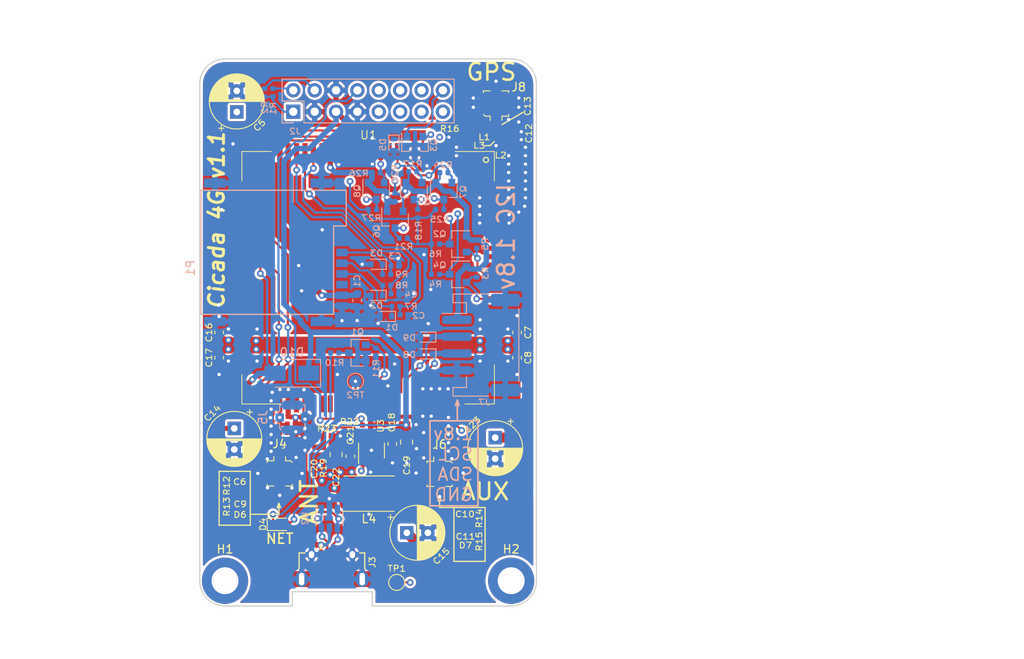
<source format=kicad_pcb>
(kicad_pcb (version 20171130) (host pcbnew "(5.1.4-dirty)")
  (title_block (title "Cicada 4G") (date 2019-04-02) (rev 0.1) (company "Alexey Zaytsev / Okra Solar"))
  (layers (0 F.Cu signal) (1 In1.Cu power) (2 In2.Cu power) (31 B.Cu signal) (34 B.Paste user) (35 F.Paste user) (36 B.SilkS user) (37 F.SilkS user) (38 B.Mask user) (39 F.Mask user) (44 Edge.Cuts user))
  (net 0 "")
  (net 1 GND)
  (net 2 /SIM_VCC)
  (net 3 /SIM_RST)
  (net 4 /SIM_CLK)
  (net 5 /SIM_IO)
  (net 6 /V_BATT)
  (net 7 /MAIN_ANT)
  (net 8 "Net-(C9-Pad1)")
  (net 9 /AUX_ANT)
  (net 10 "Net-(C11-Pad1)")
  (net 11 "Net-(C12-Pad2)")
  (net 12 "Net-(C13-Pad1)")
  (net 13 /5v)
  (net 14 /FB)
  (net 15 "Net-(D1-Pad1)")
  (net 16 "Net-(D2-Pad1)")
  (net 17 "Net-(D3-Pad1)")
  (net 18 "Net-(D4-Pad1)")
  (net 19 /nRST)
  (net 20 "Net-(D6-Pad1)")
  (net 21 "Net-(D7-Pad1)")
  (net 22 "Net-(D8-Pad1)")
  (net 23 "Net-(D9-Pad1)")
  (net 24 /VBUS)
  (net 25 /1v8)
  (net 26 "Net-(L1-Pad1)")
  (net 27 "Net-(L4-Pad1)")
  (net 28 "Net-(Q1-Pad3)")
  (net 29 "Net-(Q1-Pad1)")
  (net 30 /UART_RX_3v3)
  (net 31 /UART_TX_1v8)
  (net 32 "Net-(Q3-Pad2)")
  (net 33 /UART_TX_3v3)
  (net 34 /UART_RX_1v8)
  (net 35 /SPI_MISO_3v3)
  (net 36 /SPI_MISO_1v8)
  (net 37 /SPI_MOSI_3v3)
  (net 38 /SPI_MOSI_1v8)
  (net 39 /SPI_CLK_3v3)
  (net 40 /SPI_CLK_1v8)
  (net 41 /nCS_3G_3v3)
  (net 42 /SPI_CS_1v8)
  (net 43 /VER_1)
  (net 44 /3v3)
  (net 45 /VER_2)
  (net 46 /POWER)
  (net 47 "Net-(TP1-Pad1)")
  (net 48 "Net-(TP2-Pad1)")
  (net 49 /GNSS_ANT)
  (net 50 /D_P)
  (net 51 /D_N)
  (module cicada-footprints:sim7600 (layer F.Cu) (at 131 86 180)
    (fp_text reference U1 (at -0.05 16.95) (layer F.SilkS) (effects (font (thickness 0.12))))
    (fp_text value VAL** hide)
    (pad 64 smd rect (at -14.9961 -6.49926 270) (size 0.59944 1.99898) (layers F.Cu F.Paste F.Mask) (net 1 GND))
    (pad 63 smd rect (at -14.9961 -7.49926 270) (size 0.59944 1.99898) (layers F.Cu F.Paste F.Mask) (net 6 /V_BATT))
    (pad 62 smd rect (at -14.9961 -8.49926 270) (size 0.59944 1.99898) (layers F.Cu F.Paste F.Mask) (net 6 /V_BATT))
    (pad 61 smd rect (at -14.9961 -9.49926 270) (size 0.59944 1.99898) (layers F.Cu F.Paste F.Mask) (net 1 GND))
    (pad 41 smd rect (at 9.5 -15 180) (size 0.59944 1.99898) (layers F.Cu F.Paste F.Mask) (net 1 GND))
    (pad 42 smd rect (at 8.5 -15 180) (size 0.59944 1.99898) (layers F.Cu F.Paste F.Mask))
    (pad 82 smd rect (at 10.5 -15 180) (size 0.59944 1.99898) (layers F.Cu F.Paste F.Mask) (net 7 /MAIN_ANT))
    (pad 83 smd rect (at 15 -10.5 90) (size 0.59944 1.99898) (layers F.Cu F.Paste F.Mask))
    (pad 86 smd rect (at -14.9961 10.49766 270) (size 0.59944 1.99898) (layers F.Cu F.Paste F.Mask))
    (pad 80 smd rect (at -14.9961 9.49944 270) (size 0.59944 1.99898) (layers F.Cu F.Paste F.Mask) (net 1 GND))
    (pad 79 smd rect (at -14.9961 8.49868 270) (size 0.59944 1.99898) (layers F.Cu F.Paste F.Mask) (net 49 /GNSS_ANT))
    (pad 78 smd rect (at -14.9961 7.49792 270) (size 0.59944 1.99898) (layers F.Cu F.Paste F.Mask) (net 1 GND))
    (pad 77 smd rect (at -14.9961 6.4997 270) (size 0.59944 1.99898) (layers F.Cu F.Paste F.Mask) (net 1 GND))
    (pad 76 smd rect (at -14.9961 5.49894 270) (size 0.59944 1.99898) (layers F.Cu F.Paste F.Mask))
    (pad 75 smd rect (at -14.9961 4.49818 270) (size 0.59944 1.99898) (layers F.Cu F.Paste F.Mask))
    (pad 74 smd rect (at -14.9961 3.49996 270) (size 0.59944 1.99898) (layers F.Cu F.Paste F.Mask))
    (pad 73 smd rect (at -14.9961 2.50174 270) (size 0.59944 1.99898) (layers F.Cu F.Paste F.Mask))
    (pad 72 smd rect (at -14.9961 1.50098 270) (size 0.59944 1.99898) (layers F.Cu F.Paste F.Mask))
    (pad 71 smd rect (at -14.9961 0.50022 270) (size 0.59944 1.99898) (layers F.Cu F.Paste F.Mask) (net 31 /UART_TX_1v8))
    (pad 70 smd rect (at -14.9961 -0.498 270) (size 0.59944 1.99898) (layers F.Cu F.Paste F.Mask))
    (pad 69 smd rect (at -14.9961 -1.49876 270) (size 0.59944 1.99898) (layers F.Cu F.Paste F.Mask))
    (pad 68 smd rect (at -14.9961 -2.49952 270) (size 0.59944 1.99898) (layers F.Cu F.Paste F.Mask) (net 34 /UART_RX_1v8))
    (pad 67 smd rect (at -14.9961 -3.49774 270) (size 0.59944 1.99898) (layers F.Cu F.Paste F.Mask))
    (pad 66 smd rect (at -14.9961 -4.4985 270) (size 0.59944 1.99898) (layers F.Cu F.Paste F.Mask))
    (pad 65 smd rect (at -14.9961 -5.49926 270) (size 0.59944 1.99898) (layers F.Cu F.Paste F.Mask) (net 1 GND))
    (pad 87 smd rect (at -14.9961 -10.5 270) (size 0.59944 1.99898) (layers F.Cu F.Paste F.Mask))
    (pad 85 smd rect (at -10.49854 -14.9935 180) (size 0.59944 1.99898) (layers F.Cu F.Paste F.Mask) (net 47 "Net-(TP1-Pad1)"))
    (pad 60 smd rect (at -9.49778 -14.9935 180) (size 0.59944 1.99898) (layers F.Cu F.Paste F.Mask) (net 1 GND))
    (pad 59 smd rect (at -8.49956 -14.9935 180) (size 0.59944 1.99898) (layers F.Cu F.Paste F.Mask) (net 9 /AUX_ANT))
    (pad 58 smd rect (at -7.4988 -14.9935 180) (size 0.59944 1.99898) (layers F.Cu F.Paste F.Mask) (net 1 GND))
    (pad 57 smd rect (at -6.49804 -14.9935 180) (size 0.59944 1.99898) (layers F.Cu F.Paste F.Mask) (net 1 GND))
    (pad 56 smd rect (at -5.49982 -14.9935 180) (size 0.59944 1.99898) (layers F.Cu F.Paste F.Mask) (net 22 "Net-(D8-Pad1)"))
    (pad 55 smd rect (at -4.49906 -14.9935 180) (size 0.59944 1.99898) (layers F.Cu F.Paste F.Mask) (net 23 "Net-(D9-Pad1)"))
    (pad 54 smd rect (at -3.4983 -14.9935 180) (size 0.59944 1.99898) (layers F.Cu F.Paste F.Mask))
    (pad 53 smd rect (at -2.50008 -14.9935 180) (size 0.59944 1.99898) (layers F.Cu F.Paste F.Mask))
    (pad 52 smd rect (at -1.50186 -14.9935 180) (size 0.59944 1.99898) (layers F.Cu F.Paste F.Mask))
    (pad 51 smd rect (at -0.5011 -14.9935 180) (size 0.59944 1.99898) (layers F.Cu F.Paste F.Mask) (net 29 "Net-(Q1-Pad1)"))
    (pad 50 smd rect (at 0.49966 -14.9935 180) (size 0.59944 1.99898) (layers F.Cu F.Paste F.Mask))
    (pad 49 smd rect (at 1.49788 -14.9935 180) (size 0.59944 1.99898) (layers F.Cu F.Paste F.Mask) (net 48 "Net-(TP2-Pad1)"))
    (pad 48 smd rect (at 2.49864 -14.9935 180) (size 0.59944 1.99898) (layers F.Cu F.Paste F.Mask))
    (pad 47 smd rect (at 3.4994 -14.9935 180) (size 0.59944 1.99898) (layers F.Cu F.Paste F.Mask))
    (pad 46 smd rect (at 4.49762 -14.9935 180) (size 0.59944 1.99898) (layers F.Cu F.Paste F.Mask))
    (pad 45 smd rect (at 5.49838 -14.9935 180) (size 0.59944 1.99898) (layers F.Cu F.Paste F.Mask))
    (pad 44 smd rect (at 6.49914 -14.9935 180) (size 0.59944 1.99898) (layers F.Cu F.Paste F.Mask))
    (pad 43 smd rect (at 7.4999 -14.9935 180) (size 0.59944 1.99898) (layers F.Cu F.Paste F.Mask) (net 1 GND))
    (pad 84 smd rect (at 15 10.5 90) (size 0.59944 1.99898) (layers F.Cu F.Paste F.Mask))
    (pad 21 smd rect (at 15 9.5 90) (size 0.59944 1.99898) (layers F.Cu F.Paste F.Mask))
    (pad 40 smd rect (at 14.9987 -9.49846 90) (size 0.59944 1.99898) (layers F.Cu F.Paste F.Mask) (net 1 GND))
    (pad 39 smd rect (at 14.9987 -8.4977 90) (size 0.59944 1.99898) (layers F.Cu F.Paste F.Mask) (net 6 /V_BATT))
    (pad 38 smd rect (at 14.9987 -7.49948 90) (size 0.59944 1.99898) (layers F.Cu F.Paste F.Mask) (net 6 /V_BATT))
    (pad 37 smd rect (at 14.9987 -6.49872 90) (size 0.59944 1.99898) (layers F.Cu F.Paste F.Mask) (net 1 GND))
    (pad 36 smd rect (at 14.9987 -5.49796 90) (size 0.59944 1.99898) (layers F.Cu F.Paste F.Mask))
    (pad 35 smd rect (at 14.9987 -4.49974 90) (size 0.59944 1.99898) (layers F.Cu F.Paste F.Mask))
    (pad 34 smd rect (at 14.9987 -3.49898 90) (size 0.59944 1.99898) (layers F.Cu F.Paste F.Mask))
    (pad 33 smd rect (at 14.9987 -2.49822 90) (size 0.59944 1.99898) (layers F.Cu F.Paste F.Mask))
    (pad 32 smd rect (at 14.9987 -1.5 90) (size 0.59944 1.99898) (layers F.Cu F.Paste F.Mask))
    (pad 31 smd rect (at 14.9987 -0.50178 90) (size 0.59944 1.99898) (layers F.Cu F.Paste F.Mask))
    (pad 30 smd rect (at 14.9987 0.49898 90) (size 0.59944 1.99898) (layers F.Cu F.Paste F.Mask))
    (pad 29 smd rect (at 14.9987 1.49974 90) (size 0.59944 1.99898) (layers F.Cu F.Paste F.Mask))
    (pad 28 smd rect (at 14.9987 2.49796 90) (size 0.59944 1.99898) (layers F.Cu F.Paste F.Mask))
    (pad 27 smd rect (at 14.9987 3.49872 90) (size 0.59944 1.99898) (layers F.Cu F.Paste F.Mask))
    (pad 26 smd rect (at 14.9987 4.49948 90) (size 0.59944 1.99898) (layers F.Cu F.Paste F.Mask))
    (pad 25 smd rect (at 14.9987 5.4977 90) (size 0.59944 1.99898) (layers F.Cu F.Paste F.Mask))
    (pad 24 smd rect (at 14.9987 6.49846 90) (size 0.59944 1.99898) (layers F.Cu F.Paste F.Mask))
    (pad 23 smd rect (at 14.9987 7.49922 90) (size 0.59944 1.99898) (layers F.Cu F.Paste F.Mask))
    (pad 22 smd rect (at 14.9987 8.49998 90) (size 0.59944 1.99898) (layers F.Cu F.Paste F.Mask))
    (pad 81 smd rect (at 10.49998 14.9987) (size 0.59944 1.99898) (layers F.Cu F.Paste F.Mask) (net 1 GND))
    (pad 20 smd rect (at 9.49922 14.9987) (size 0.59944 1.99898) (layers F.Cu F.Paste F.Mask) (net 2 /SIM_VCC))
    (pad 19 smd rect (at 8.49846 14.9987) (size 0.59944 1.99898) (layers F.Cu F.Paste F.Mask) (net 4 /SIM_CLK))
    (pad 18 smd rect (at 7.4977 14.9987) (size 0.59944 1.99898) (layers F.Cu F.Paste F.Mask) (net 3 /SIM_RST))
    (pad 17 smd rect (at 6.49948 14.9987) (size 0.59944 1.99898) (layers F.Cu F.Paste F.Mask) (net 5 /SIM_IO))
    (pad 16 smd rect (at 5.49872 14.9987) (size 0.59944 1.99898) (layers F.Cu F.Paste F.Mask))
    (pad 15 smd rect (at 4.49796 14.9987) (size 0.59944 1.99898) (layers F.Cu F.Paste F.Mask) (net 25 /1v8))
    (pad 14 smd rect (at 3.49974 14.9987) (size 0.59944 1.99898) (layers F.Cu F.Paste F.Mask) (net 1 GND))
    (pad 13 smd rect (at 2.49898 14.9987) (size 0.59944 1.99898) (layers F.Cu F.Paste F.Mask) (net 50 /D_P))
    (pad 12 smd rect (at 1.49822 14.9987) (size 0.59944 1.99898) (layers F.Cu F.Paste F.Mask) (net 51 /D_N))
    (pad 11 smd rect (at 0.5 14.9987) (size 0.59944 1.99898) (layers F.Cu F.Paste F.Mask) (net 24 /VBUS))
    (pad 10 smd rect (at -0.49822 14.9987) (size 0.59944 1.99898) (layers F.Cu F.Paste F.Mask) (net 1 GND))
    (pad 9 smd rect (at -1.49898 14.9987) (size 0.59944 1.99898) (layers F.Cu F.Paste F.Mask) (net 42 /SPI_CS_1v8))
    (pad 8 smd rect (at -2.49974 14.9987) (size 0.59944 1.99898) (layers F.Cu F.Paste F.Mask) (net 38 /SPI_MOSI_1v8))
    (pad 7 smd rect (at -3.49796 14.9987) (size 0.59944 1.99898) (layers F.Cu F.Paste F.Mask) (net 36 /SPI_MISO_1v8))
    (pad 6 smd rect (at -4.49872 14.9987) (size 0.59944 1.99898) (layers F.Cu F.Paste F.Mask) (net 40 /SPI_CLK_1v8))
    (pad 5 smd rect (at -5.49948 14.9987) (size 0.59944 1.99898) (layers F.Cu F.Paste F.Mask) (net 1 GND))
    (pad 4 smd rect (at -6.4977 14.9987) (size 0.59944 1.99898) (layers F.Cu F.Paste F.Mask) (net 32 "Net-(Q3-Pad2)"))
    (pad 3 smd rect (at -7.49846 14.9987) (size 0.59944 1.99898) (layers F.Cu F.Paste F.Mask) (net 1 GND))
    (pad 2 smd rect (at -8.49922 14.9987) (size 0.59944 1.99898) (layers F.Cu F.Paste F.Mask) (net 1 GND))
    (pad 1 smd rect (at -9.49998 14.9987) (size 0.59944 1.99898) (layers F.Cu F.Paste F.Mask) (net 1 GND))
  )
  (module cicada-footprints:SK-C793 (layer B.Cu) (at 119.4 83.1 90)
    (fp_text reference P1 (at -1.75 -9.5 90) (layer B.SilkS) (effects (justify mirror)))
    (fp_text value SK-C793)
    (pad 11 smd rect (at -8.1 6.075 90) (size 1.1 2.6) (layers B.Cu B.Paste B.Mask) (net 1 GND))
    (pad 10 smd rect (at -8.1 -6.605 90) (size 1.1 2.6) (layers B.Cu B.Paste B.Mask) (net 1 GND))
    (pad 9 smd rect (at 8.35 -6.605 90) (size 1.1 2.6) (layers B.Cu B.Paste B.Mask) (net 1 GND))
    (pad 8 smd rect (at 8.35 6.075 90) (size 1.1 2.6) (layers B.Cu B.Paste B.Mask) (net 1 GND))
    (pad 3 smd rect (at 0.1 8.5 90) (size 0.9 1.35) (layers B.Cu B.Paste B.Mask) (net 17 "Net-(D3-Pad1)"))
    (pad 7 smd rect (at -1.17 8.5 90) (size 0.9 1.35) (layers B.Cu B.Paste B.Mask) (net 16 "Net-(D2-Pad1)"))
    (pad 2 smd rect (at -2.44 8.5 90) (size 0.9 1.35) (layers B.Cu B.Paste B.Mask) (net 15 "Net-(D1-Pad1)"))
    (pad 6 smd rect (at -3.71 8.5 90) (size 0.9 1.35) (layers B.Cu B.Paste B.Mask))
    (pad 1 smd rect (at -4.98 8.5 90) (size 0.9 1.35) (layers B.Cu B.Paste B.Mask) (net 2 /SIM_VCC))
    (pad 5 smd rect (at -6.25 8.5 90) (size 0.9 1.35) (layers B.Cu B.Paste B.Mask) (net 1 GND))
  )
  (module cicada-footprints:L_4030_Handsoldering (layer F.Cu) (at 131.1 111.65 180)
    (fp_text reference L4 (at 0 -3) (layer F.SilkS))
    (fp_text value "3.3uH 1A")
    (pad 2 smd rect (at 1.9 0 180) (size 2.2 3.9) (layers F.Cu F.Paste F.Mask) (net 6 /V_BATT))
    (pad 1 smd rect (at -1.9 0 180) (size 2.2 3.9) (layers F.Cu F.Paste F.Mask) (net 27 "Net-(L4-Pad1)"))
  )
  (module MountingHole:MountingHole_3.2mm_M3_ISO14580_Pad (layer F.Cu) (at 148 122)
    (fp_text reference H2 (at 0 -3.75) (layer F.SilkS))
    (fp_text value MountingHole_Pad)
    (pad 1 thru_hole circle (at 0 0) (size 5.5 5.5) (drill 3.2) (layers *.Cu *.Mask))
  )
  (module MountingHole:MountingHole_3.2mm_M3_ISO14580_Pad (layer F.Cu) (at 114 122)
    (fp_text reference H1 (at 0 -3.75) (layer F.SilkS))
    (fp_text value MountingHole_Pad)
    (pad 1 thru_hole circle (at 0 0) (size 5.5 5.5) (drill 3.2) (layers *.Cu *.Mask))
  )
  (module Connector_Coaxial:U.FL_Molex_MCRF_73412-0110_Vertical (layer F.Cu) (at 146.2 65.3)
    (fp_text reference J8 (at 2.7 -1.95) (layer F.SilkS))
    (fp_text value IPX)
    (pad 1 smd rect (at 0 1.5) (size 1 1) (layers F.Cu F.Paste F.Mask) (net 12 "Net-(C13-Pad1)"))
    (pad 2 smd rect (at 0 -1.5) (size 1 1) (layers F.Cu F.Paste F.Mask) (net 1 GND))
    (pad 2 smd rect (at 1.475 0) (size 1.05 2.2) (layers F.Cu F.Paste F.Mask) (net 1 GND))
    (pad 2 smd rect (at -1.475 0) (size 1.05 2.2) (layers F.Cu F.Paste F.Mask) (net 1 GND))
  )
  (module Connector_Coaxial:U.FL_Molex_MCRF_73412-0110_Vertical (layer F.Cu) (at 139.5 109.3 180)
    (fp_text reference J6 (at 0 3.5 180) (layer F.SilkS))
    (fp_text value IPX)
    (pad 1 smd rect (at 0 1.5 180) (size 1 1) (layers F.Cu F.Paste F.Mask) (net 21 "Net-(D7-Pad1)"))
    (pad 2 smd rect (at 0 -1.5 180) (size 1 1) (layers F.Cu F.Paste F.Mask) (net 1 GND))
    (pad 2 smd rect (at 1.475 0 180) (size 1.05 2.2) (layers F.Cu F.Paste F.Mask) (net 1 GND))
    (pad 2 smd rect (at -1.475 0 180) (size 1.05 2.2) (layers F.Cu F.Paste F.Mask) (net 1 GND))
  )
  (module Connector_Coaxial:U.FL_Molex_MCRF_73412-0110_Vertical (layer B.Cu) (at 122 102.6 90)
    (fp_text reference J5 (at 0 -3.5 90) (layer B.SilkS) (effects (justify mirror)))
    (fp_text value IPX)
    (pad 1 smd rect (at 0 -1.5 90) (size 1 1) (layers B.Cu B.Paste B.Mask) (net 7 /MAIN_ANT))
    (pad 2 smd rect (at 0 1.5 90) (size 1 1) (layers B.Cu B.Paste B.Mask) (net 1 GND))
    (pad 2 smd rect (at 1.475 0 90) (size 1.05 2.2) (layers B.Cu B.Paste B.Mask) (net 1 GND))
    (pad 2 smd rect (at -1.475 0 90) (size 1.05 2.2) (layers B.Cu B.Paste B.Mask) (net 1 GND))
  )
  (module Connector_Coaxial:U.FL_Molex_MCRF_73412-0110_Vertical (layer F.Cu) (at 120.5 109.25 180)
    (fp_text reference J4 (at 0 3.5 180) (layer F.SilkS))
    (fp_text value IPX)
    (pad 1 smd rect (at 0 1.5 180) (size 1 1) (layers F.Cu F.Paste F.Mask) (net 20 "Net-(D6-Pad1)"))
    (pad 2 smd rect (at 0 -1.5 180) (size 1 1) (layers F.Cu F.Paste F.Mask) (net 1 GND))
    (pad 2 smd rect (at 1.475 0 180) (size 1.05 2.2) (layers F.Cu F.Paste F.Mask) (net 1 GND))
    (pad 2 smd rect (at -1.475 0 180) (size 1.05 2.2) (layers F.Cu F.Paste F.Mask) (net 1 GND))
  )
  (module Resistor_SMD:R_0402_1005Metric (layer F.Cu) (at 139.5 103.935 90)
    (fp_text reference R14 (at -10.65 4.7 90) (layer F.SilkS) (effects (font (size 0.7 0.8) (thickness 0.12))))
    (fp_text value 0R)
    (pad 2 smd roundrect (at 0.485 0 90) (size 0.59 0.64) (layers F.Cu F.Paste F.Mask) (net 9 /AUX_ANT))
    (pad 1 smd roundrect (at -0.485 0 90) (size 0.59 0.64) (layers F.Cu F.Paste F.Mask) (net 10 "Net-(C11-Pad1)"))
  )
  (module Diode_SMD:D_SMA (layer B.Cu) (at 121.95 97.35 180)
    (fp_text reference D10 (at 0 2.5 180) (layer B.SilkS) (effects (justify mirror)))
    (fp_text value SS14)
    (pad 2 smd rect (at 2 0 180) (size 2.5 1.8) (layers B.Cu B.Paste B.Mask) (net 24 /VBUS))
    (pad 1 smd rect (at -2 0 180) (size 2.5 1.8) (layers B.Cu B.Paste B.Mask) (net 13 /5v))
  )
  (module cicada-footprints:ZX62D-B-5PA8 (layer F.Cu) (at 126.7 121.8)
    (fp_text reference J3 (at 4.8 -2 90) (layer F.SilkS) (effects (font (size 0.7 0.8) (thickness 0.12))))
    (fp_text value USB_OTG hide)
    (fp_text user 1 (at -1.3 -3.8) (layer F.SilkS) (effects (font (size 0.5 0.5) (thickness 0.1))))
    (pad 6 thru_hole oval (at 2.425 -2.9) (size 1.05 1.25) (drill oval 0.65 0.85) (layers *.Cu *.Mask) (net 1 GND))
    (pad 6 thru_hole oval (at -2.425 -2.9) (size 1.05 1.25) (drill oval 0.65 0.85) (layers *.Cu *.Mask) (net 1 GND))
    (pad 5 smd rect (at 1.3 -2.675) (size 0.4 1.35) (layers F.Cu F.Paste F.Mask) (net 1 GND))
    (pad 4 smd rect (at 0.65 -2.675) (size 0.4 1.35) (layers F.Cu F.Paste F.Mask))
    (pad 3 smd rect (at 0 -2.675) (size 0.4 1.35) (layers F.Cu F.Paste F.Mask) (net 50 /D_P))
    (pad 2 smd rect (at -0.65 -2.675) (size 0.4 1.35) (layers F.Cu F.Paste F.Mask) (net 51 /D_N))
    (pad 1 smd rect (at -1.3 -2.675) (size 0.4 1.35) (layers F.Cu F.Paste F.Mask) (net 24 /VBUS))
    (pad "" smd rect (at 4.575 0) (size 0.25 1.4) (layers F.Cu F.Paste F.Mask))
    (pad 6 smd rect (at -4.575 0) (size 0.25 1.4) (layers F.Cu F.Paste F.Mask) (net 1 GND))
    (pad 6 smd rect (at 3.525 0) (size 1.85 1.9) (layers F.Cu F.Paste F.Mask) (net 1 GND))
    (pad 6 smd rect (at -3.525 0) (size 1.85 1.9) (layers F.Cu F.Paste F.Mask) (net 1 GND))
    (pad "" smd circle (at 4.45 0.7) (size 0.5 0.5) (layers F.Cu F.Paste F.Mask))
    (pad "" smd circle (at 4.45 -0.7) (size 0.5 0.5) (layers F.Cu F.Paste F.Mask))
    (pad 6 smd circle (at -4.45 0.7) (size 0.5 0.5) (layers F.Cu F.Paste F.Mask) (net 1 GND))
    (pad 6 smd circle (at -4.45 -0.7) (size 0.5 0.5) (layers F.Cu F.Paste F.Mask) (net 1 GND))
    (pad 6 thru_hole oval (at 3.6 0) (size 1.524 1.9) (drill oval 0.65 1.5) (layers *.Cu *.Mask) (net 1 GND))
    (pad 6 smd rect (at 1.15 0) (size 1.8 1.9) (layers F.Cu F.Paste F.Mask) (net 1 GND))
    (pad 6 smd rect (at -1.15 0) (size 1.8 1.9) (layers F.Cu F.Paste F.Mask) (net 1 GND))
    (pad 6 thru_hole oval (at -3.6 0) (size 1.524 1.9) (drill oval 0.65 1.5) (layers *.Cu *.Mask) (net 1 GND))
  )
  (module Connector_JST:JST_PH_S4B-PH-SM4-TB_1x04-1MP_P2.00mm_Horizontal (layer B.Cu) (at 144.4 94 270)
    (fp_text reference J7 (at 6.8 -0.4) (layer B.SilkS) (effects (font (size 0.7 0.8) (thickness 0.12)) (justify mirror)))
    (fp_text value Conn_01x04)
    (pad MP smd roundrect (at 5.35 -2.9 270) (size 1.5 3.4) (layers B.Cu B.Paste B.Mask) (roundrect_rratio 0.166667) (net 1 GND))
    (pad MP smd roundrect (at -5.35 -2.9 270) (size 1.5 3.4) (layers B.Cu B.Paste B.Mask) (roundrect_rratio 0.166667) (net 1 GND))
    (pad 4 smd roundrect (at 3 2.85 270) (size 1 3.5) (layers B.Cu B.Paste B.Mask) (net 1 GND))
    (pad 3 smd roundrect (at 1 2.85 270) (size 1 3.5) (layers B.Cu B.Paste B.Mask) (net 22 "Net-(D8-Pad1)"))
    (pad 2 smd roundrect (at -1 2.85 270) (size 1 3.5) (layers B.Cu B.Paste B.Mask) (net 23 "Net-(D9-Pad1)"))
    (pad 1 smd roundrect (at -3 2.85 270) (size 1 3.5) (layers B.Cu B.Paste B.Mask) (net 25 /1v8))
  )
  (module Capacitor_SMD:C_0603_1608Metric (layer F.Cu) (at 113.3 92.5 90)
    (fp_text reference C16 (at 0 -1.2 90) (layer F.SilkS) (effects (font (size 0.7 0.8) (thickness 0.12))))
    (fp_text value "1uF 16v X5R")
    (pad 2 smd roundrect (at 0.7875 0 90) (size 0.875 0.95) (layers F.Cu F.Paste F.Mask) (net 1 GND))
    (pad 1 smd roundrect (at -0.7875 0 90) (size 0.875 0.95) (layers F.Cu F.Paste F.Mask) (net 6 /V_BATT))
  )
  (module Capacitor_SMD:C_0603_1608Metric (layer F.Cu) (at 148.7 92.5 90)
    (fp_text reference C7 (at 0 1.3 90) (layer F.SilkS) (effects (font (size 0.7 0.8) (thickness 0.12))))
    (fp_text value "1uF 16v X5R")
    (pad 2 smd roundrect (at 0.7875 0 90) (size 0.875 0.95) (layers F.Cu F.Paste F.Mask) (net 1 GND))
    (pad 1 smd roundrect (at -0.7875 0 90) (size 0.875 0.95) (layers F.Cu F.Paste F.Mask) (net 6 /V_BATT))
  )
  (module Resistor_SMD:R_0402_1005Metric (layer B.Cu) (at 131.515 77.9)
    (fp_text reference R27 (at -0.115 1) (layer B.SilkS) (effects (font (size 0.7 0.8) (thickness 0.12)) (justify mirror)))
    (fp_text value 4.7k)
    (pad 2 smd roundrect (at 0.485 0) (size 0.59 0.64) (layers B.Cu B.Paste B.Mask) (net 41 /nCS_3G_3v3))
    (pad 1 smd roundrect (at -0.485 0) (size 0.59 0.64) (layers B.Cu B.Paste B.Mask) (net 44 /3v3))
  )
  (module Resistor_SMD:R_0402_1005Metric (layer B.Cu) (at 131.960661 73.5)
    (fp_text reference R26 (at -2.060661 0.1) (layer B.SilkS) (effects (font (size 0.7 0.8) (thickness 0.12)) (justify mirror)))
    (fp_text value 4.7k)
    (pad 2 smd roundrect (at 0.485 0) (size 0.59 0.64) (layers B.Cu B.Paste B.Mask) (net 42 /SPI_CS_1v8))
    (pad 1 smd roundrect (at -0.485 0) (size 0.59 0.64) (layers B.Cu B.Paste B.Mask) (net 25 /1v8))
  )
  (module Resistor_SMD:R_0402_1005Metric (layer B.Cu) (at 139.5 77.9)
    (fp_text reference R25 (at 0 1.17) (layer B.SilkS) (effects (font (size 0.7 0.8) (thickness 0.12)) (justify mirror)))
    (fp_text value 4.7k)
    (pad 2 smd roundrect (at 0.485 0) (size 0.59 0.64) (layers B.Cu B.Paste B.Mask) (net 39 /SPI_CLK_3v3))
    (pad 1 smd roundrect (at -0.485 0) (size 0.59 0.64) (layers B.Cu B.Paste B.Mask) (net 44 /3v3))
  )
  (module Resistor_SMD:R_0402_1005Metric (layer B.Cu) (at 140 73.5)
    (fp_text reference R24 (at -0.1 -0.9) (layer B.SilkS) (effects (font (size 0.7 0.8) (thickness 0.12)) (justify mirror)))
    (fp_text value 4.7k)
    (pad 2 smd roundrect (at 0.485 0) (size 0.59 0.64) (layers B.Cu B.Paste B.Mask) (net 40 /SPI_CLK_1v8))
    (pad 1 smd roundrect (at -0.485 0) (size 0.59 0.64) (layers B.Cu B.Paste B.Mask) (net 25 /1v8))
  )
  (module Resistor_SMD:R_0402_1005Metric (layer F.Cu) (at 126.175736 104.8 180)
    (fp_text reference R23 (at 0.075736 0.9 180) (layer F.SilkS) (effects (font (size 0.7 0.8) (thickness 0.12))))
    (fp_text value 6.98k)
    (pad 2 smd roundrect (at 0.485 0 180) (size 0.59 0.64) (layers F.Cu F.Paste F.Mask) (net 14 /FB))
    (pad 1 smd roundrect (at -0.485 0 180) (size 0.59 0.64) (layers F.Cu F.Paste F.Mask) (net 1 GND))
  )
  (module Resistor_SMD:R_0402_1005Metric (layer F.Cu) (at 130.815 103.5)
    (fp_text reference R22 (at -2.015 -0.4) (layer F.SilkS) (effects (font (size 0.7 0.8) (thickness 0.12))))
    (fp_text value 40.2k)
    (pad 2 smd roundrect (at 0.485 0) (size 0.59 0.64) (layers F.Cu F.Paste F.Mask) (net 1 GND))
    (pad 1 smd roundrect (at -0.485 0) (size 0.59 0.64) (layers F.Cu F.Paste F.Mask) (net 46 /POWER))
  )
  (module Resistor_SMD:R_0402_1005Metric (layer B.Cu) (at 135.2 81.3 180)
    (fp_text reference R21 (at 0 -1 180) (layer B.SilkS) (effects (font (size 0.7 0.8) (thickness 0.12)) (justify mirror)))
    (fp_text value 4.7k)
    (pad 2 smd roundrect (at 0.485 0 180) (size 0.59 0.64) (layers B.Cu B.Paste B.Mask) (net 37 /SPI_MOSI_3v3))
    (pad 1 smd roundrect (at -0.485 0 180) (size 0.59 0.64) (layers B.Cu B.Paste B.Mask) (net 44 /3v3))
  )
  (module Resistor_SMD:R_0402_1005Metric (layer B.Cu) (at 134.2 76.45 90)
    (fp_text reference R20 (at 2.8 0 90) (layer B.SilkS) (effects (font (size 0.7 0.8) (thickness 0.12)) (justify mirror)))
    (fp_text value 4.7k)
    (pad 2 smd roundrect (at 0.485 0 90) (size 0.59 0.64) (layers B.Cu B.Paste B.Mask) (net 38 /SPI_MOSI_1v8))
    (pad 1 smd roundrect (at -0.485 0 90) (size 0.59 0.64) (layers B.Cu B.Paste B.Mask) (net 25 /1v8))
  )
  (module Resistor_SMD:R_0402_1005Metric (layer F.Cu) (at 125.675736 106.627209 270)
    (fp_text reference R19 (at 1.972791 -0.024264 270) (layer F.SilkS) (effects (font (size 0.7 0.8) (thickness 0.12))))
    (fp_text value 40.2k)
    (pad 2 smd roundrect (at 0.485 0 270) (size 0.59 0.64) (layers F.Cu F.Paste F.Mask) (net 6 /V_BATT))
    (pad 1 smd roundrect (at -0.485 0 270) (size 0.59 0.64) (layers F.Cu F.Paste F.Mask) (net 14 /FB))
  )
  (module Resistor_SMD:R_0402_1005Metric (layer B.Cu) (at 136.9 78.385 90)
    (fp_text reference R18 (at -2.015 0.1 90) (layer B.SilkS) (effects (font (size 0.7 0.8) (thickness 0.12)) (justify mirror)))
    (fp_text value 4.7k)
    (pad 2 smd roundrect (at 0.485 0 90) (size 0.59 0.64) (layers B.Cu B.Paste B.Mask) (net 35 /SPI_MISO_3v3))
    (pad 1 smd roundrect (at -0.485 0 90) (size 0.59 0.64) (layers B.Cu B.Paste B.Mask) (net 44 /3v3))
  )
  (module Resistor_SMD:R_0402_1005Metric (layer B.Cu) (at 136.3 73.4)
    (fp_text reference R17 (at 0 -0.9 180) (layer B.SilkS) (effects (font (size 0.7 0.8) (thickness 0.12)) (justify mirror)))
    (fp_text value 4.7k)
    (pad 2 smd roundrect (at 0.485 0) (size 0.59 0.64) (layers B.Cu B.Paste B.Mask) (net 36 /SPI_MISO_1v8))
    (pad 1 smd roundrect (at -0.485 0) (size 0.59 0.64) (layers B.Cu B.Paste B.Mask) (net 25 /1v8))
  )
  (module Resistor_SMD:R_0402_1005Metric (layer F.Cu) (at 142.9 68.3 180)
    (fp_text reference R16 (at 2.2 0 180) (layer F.SilkS) (effects (font (size 0.7 0.8) (thickness 0.12))))
    (fp_text value 10R)
    (pad 2 smd roundrect (at 0.485 0 180) (size 0.59 0.64) (layers F.Cu F.Paste F.Mask) (net 13 /5v))
    (pad 1 smd roundrect (at -0.485 0 180) (size 0.59 0.64) (layers F.Cu F.Paste F.Mask) (net 26 "Net-(L1-Pad1)"))
  )
  (module Resistor_SMD:R_0402_1005Metric (layer B.Cu) (at 131.925126 94.822183 270)
    (fp_text reference R11 (at 2.019239 -0.033453 270) (layer B.SilkS) (effects (font (size 0.7 0.8) (thickness 0.12)) (justify mirror)))
    (fp_text value 40.2k)
    (pad 2 smd roundrect (at 0.485 0 270) (size 0.59 0.64) (layers B.Cu B.Paste B.Mask) (net 1 GND))
    (pad 1 smd roundrect (at -0.485 0 270) (size 0.59 0.64) (layers B.Cu B.Paste B.Mask) (net 29 "Net-(Q1-Pad1)"))
  )
  (module Resistor_SMD:R_0402_1005Metric (layer B.Cu) (at 127.025127 94.922181)
    (fp_text reference R10 (at 0 1.17) (layer B.SilkS) (effects (font (size 0.7 0.8) (thickness 0.12)) (justify mirror)))
    (fp_text value 470R)
    (pad 2 smd roundrect (at 0.485 0) (size 0.59 0.64) (layers B.Cu B.Paste B.Mask) (net 28 "Net-(Q1-Pad3)"))
    (pad 1 smd roundrect (at -0.485 0) (size 0.59 0.64) (layers B.Cu B.Paste B.Mask) (net 18 "Net-(D4-Pad1)"))
  )
  (module Resistor_SMD:R_0402_1005Metric (layer B.Cu) (at 133.2 85.6 180)
    (fp_text reference R9 (at -1.8 0 180) (layer B.SilkS) (effects (font (size 0.7 0.8) (thickness 0.12)) (justify mirror)))
    (fp_text value 22R)
    (pad 2 smd roundrect (at 0.485 0 180) (size 0.59 0.64) (layers B.Cu B.Paste B.Mask) (net 17 "Net-(D3-Pad1)"))
    (pad 1 smd roundrect (at -0.485 0 180) (size 0.59 0.64) (layers B.Cu B.Paste B.Mask) (net 4 /SIM_CLK))
  )
  (module Resistor_SMD:R_0402_1005Metric (layer B.Cu) (at 133.2 86.9 180)
    (fp_text reference R8 (at -1.8 0 180) (layer B.SilkS) (effects (font (size 0.7 0.8) (thickness 0.12)) (justify mirror)))
    (fp_text value 22R)
    (pad 2 smd roundrect (at 0.485 0 180) (size 0.59 0.64) (layers B.Cu B.Paste B.Mask) (net 16 "Net-(D2-Pad1)"))
    (pad 1 smd roundrect (at -0.485 0 180) (size 0.59 0.64) (layers B.Cu B.Paste B.Mask) (net 5 /SIM_IO))
  )
  (module Resistor_SMD:R_0402_1005Metric (layer B.Cu) (at 134.3 89.4 180)
    (fp_text reference R7 (at -1.8 0 180) (layer B.SilkS) (effects (font (size 0.7 0.8) (thickness 0.12)) (justify mirror)))
    (fp_text value 22R)
    (pad 2 smd roundrect (at 0.485 0 180) (size 0.59 0.64) (layers B.Cu B.Paste B.Mask) (net 15 "Net-(D1-Pad1)"))
    (pad 1 smd roundrect (at -0.485 0 180) (size 0.59 0.64) (layers B.Cu B.Paste B.Mask) (net 3 /SIM_RST))
  )
  (module Resistor_SMD:R_0402_1005Metric (layer B.Cu) (at 139 82)
    (fp_text reference R6 (at 0 1.17) (layer B.SilkS) (effects (font (size 0.7 0.8) (thickness 0.12)) (justify mirror)))
    (fp_text value 4.7k)
    (pad 2 smd roundrect (at 0.485 0) (size 0.59 0.64) (layers B.Cu B.Paste B.Mask) (net 33 /UART_TX_3v3))
    (pad 1 smd roundrect (at -0.485 0) (size 0.59 0.64) (layers B.Cu B.Paste B.Mask) (net 44 /3v3))
  )
  (module Resistor_SMD:R_0402_1005Metric (layer B.Cu) (at 143.9 82 270)
    (fp_text reference R5 (at 0 -1 270) (layer B.SilkS) (effects (font (size 0.7 0.8) (thickness 0.12)) (justify mirror)))
    (fp_text value 4.7k)
    (pad 2 smd roundrect (at 0.485 0 270) (size 0.59 0.64) (layers B.Cu B.Paste B.Mask) (net 31 /UART_TX_1v8))
    (pad 1 smd roundrect (at -0.485 0 270) (size 0.59 0.64) (layers B.Cu B.Paste B.Mask) (net 25 /1v8))
  )
  (module Resistor_SMD:R_0402_1005Metric (layer B.Cu) (at 139 85.6)
    (fp_text reference R4 (at 0 1.17) (layer B.SilkS) (effects (font (size 0.7 0.8) (thickness 0.12)) (justify mirror)))
    (fp_text value 4.7k)
    (pad 2 smd roundrect (at 0.485 0) (size 0.59 0.64) (layers B.Cu B.Paste B.Mask) (net 30 /UART_RX_3v3))
    (pad 1 smd roundrect (at -0.485 0) (size 0.59 0.64) (layers B.Cu B.Paste B.Mask) (net 44 /3v3))
  )
  (module Resistor_SMD:R_0402_1005Metric (layer B.Cu) (at 143.9 85.443503 270)
    (fp_text reference R3 (at 0 -1.043502 270) (layer B.SilkS) (effects (font (size 0.7 0.8) (thickness 0.12)) (justify mirror)))
    (fp_text value 4.7k)
    (pad 2 smd roundrect (at 0.485 0 270) (size 0.59 0.64) (layers B.Cu B.Paste B.Mask) (net 34 /UART_RX_1v8))
    (pad 1 smd roundrect (at -0.485 0 270) (size 0.59 0.64) (layers B.Cu B.Paste B.Mask) (net 25 /1v8))
  )
  (module Resistor_SMD:R_0402_1005Metric (layer B.Cu) (at 118.7 64 90)
    (fp_text reference R2 (at -1.8 0 90) (layer B.SilkS) (effects (font (size 0.7 0.8) (thickness 0.12)) (justify mirror)))
    (fp_text value 340k)
    (pad 2 smd roundrect (at 0.485 0 90) (size 0.59 0.64) (layers B.Cu B.Paste B.Mask) (net 45 /VER_2))
    (pad 1 smd roundrect (at -0.485 0 90) (size 0.59 0.64) (layers B.Cu B.Paste B.Mask) (net 44 /3v3))
  )
  (module Resistor_SMD:R_0402_1005Metric (layer B.Cu) (at 119.7 64 90)
    (fp_text reference R1 (at -1.9 0 90) (layer B.SilkS) (effects (font (size 0.7 0.8) (thickness 0.12)) (justify mirror)))
    (fp_text value DNP)
    (pad 2 smd roundrect (at 0.485 0 90) (size 0.59 0.64) (layers B.Cu B.Paste B.Mask) (net 43 /VER_1))
    (pad 1 smd roundrect (at -0.485 0 90) (size 0.59 0.64) (layers B.Cu B.Paste B.Mask) (net 44 /3v3))
  )
  (module Connector_PinSocket_2.54mm:PinSocket_2x08_P2.54mm_Vertical (layer B.Cu) (at 122.11 66.27 270)
    (fp_text reference J2 (at 2.33 -0.19) (layer B.SilkS) (effects (font (size 0.7 0.8) (thickness 0.12)) (justify mirror)))
    (fp_text value Host)
    (pad 16 thru_hole oval (at -2.54 -17.78 270) (size 1.7 1.7) (drill 1) (layers *.Cu *.Mask) (net 19 /nRST))
    (pad 15 thru_hole oval (at 0 -17.78 270) (size 1.7 1.7) (drill 1) (layers *.Cu *.Mask) (net 41 /nCS_3G_3v3))
    (pad 14 thru_hole oval (at -2.54 -15.24 270) (size 1.7 1.7) (drill 1) (layers *.Cu *.Mask))
    (pad 13 thru_hole oval (at 0 -15.24 270) (size 1.7 1.7) (drill 1) (layers *.Cu *.Mask) (net 33 /UART_TX_3v3))
    (pad 12 thru_hole oval (at -2.54 -12.7 270) (size 1.7 1.7) (drill 1) (layers *.Cu *.Mask) (net 30 /UART_RX_3v3))
    (pad 11 thru_hole oval (at 0 -12.7 270) (size 1.7 1.7) (drill 1) (layers *.Cu *.Mask) (net 37 /SPI_MOSI_3v3))
    (pad 10 thru_hole oval (at -2.54 -10.16 270) (size 1.7 1.7) (drill 1) (layers *.Cu *.Mask) (net 39 /SPI_CLK_3v3))
    (pad 9 thru_hole oval (at 0 -10.16 270) (size 1.7 1.7) (drill 1) (layers *.Cu *.Mask) (net 35 /SPI_MISO_3v3))
    (pad 8 thru_hole oval (at -2.54 -7.62 270) (size 1.7 1.7) (drill 1) (layers *.Cu *.Mask) (net 46 /POWER))
    (pad 7 thru_hole oval (at 0 -7.62 270) (size 1.7 1.7) (drill 1) (layers *.Cu *.Mask) (net 1 GND))
    (pad 6 thru_hole oval (at -2.54 -5.08 270) (size 1.7 1.7) (drill 1) (layers *.Cu *.Mask) (net 1 GND))
    (pad 5 thru_hole oval (at 0 -5.08 270) (size 1.7 1.7) (drill 1) (layers *.Cu *.Mask) (net 13 /5v))
    (pad 4 thru_hole oval (at -2.54 -2.54 270) (size 1.7 1.7) (drill 1) (layers *.Cu *.Mask) (net 45 /VER_2))
    (pad 3 thru_hole oval (at 0 -2.54 270) (size 1.7 1.7) (drill 1) (layers *.Cu *.Mask) (net 1 GND))
    (pad 2 thru_hole oval (at -2.54 0 270) (size 1.7 1.7) (drill 1) (layers *.Cu *.Mask) (net 43 /VER_1))
    (pad 1 thru_hole rect (at 0 0 270) (size 1.7 1.7) (drill 1) (layers *.Cu *.Mask) (net 44 /3v3))
  )
  (module Package_TO_SOT_SMD:TSOT-23-5 (layer F.Cu) (at 131.375735 106.527209 90)
    (fp_text reference U3 (at 2.927209 1.124265 90) (layer F.SilkS) (effects (font (size 0.7 0.8) (thickness 0.12))))
    (fp_text value M3406-ADJ)
    (pad 5 smd rect (at 1.31 -0.95 90) (size 1.22 0.65) (layers F.Cu F.Paste F.Mask) (net 14 /FB))
    (pad 4 smd rect (at 1.31 0.95 90) (size 1.22 0.65) (layers F.Cu F.Paste F.Mask) (net 13 /5v))
    (pad 3 smd rect (at -1.31 0.95 90) (size 1.22 0.65) (layers F.Cu F.Paste F.Mask) (net 27 "Net-(L4-Pad1)"))
    (pad 2 smd rect (at -1.31 0 90) (size 1.22 0.65) (layers F.Cu F.Paste F.Mask) (net 1 GND))
    (pad 1 smd rect (at -1.31 -0.95 90) (size 1.22 0.65) (layers F.Cu F.Paste F.Mask) (net 46 /POWER))
  )
  (module Package_TO_SOT_SMD:SOT-23-6 (layer B.Cu) (at 126.4 114.6 270)
    (fp_text reference U2 (at 0 2.9 270) (layer B.SilkS) (effects (font (size 0.7 0.8) (thickness 0.12)) (justify mirror)))
    (fp_text value USBLC6-2SC6)
    (pad 5 smd rect (at 1.1 0 270) (size 1.06 0.65) (layers B.Cu B.Paste B.Mask) (net 24 /VBUS))
    (pad 6 smd rect (at 1.1 0.95 270) (size 1.06 0.65) (layers B.Cu B.Paste B.Mask) (net 51 /D_N))
    (pad 4 smd rect (at 1.1 -0.95 270) (size 1.06 0.65) (layers B.Cu B.Paste B.Mask) (net 50 /D_P))
    (pad 3 smd rect (at -1.1 -0.95 270) (size 1.06 0.65) (layers B.Cu B.Paste B.Mask) (net 50 /D_P))
    (pad 2 smd rect (at -1.1 0 270) (size 1.06 0.65) (layers B.Cu B.Paste B.Mask) (net 1 GND))
    (pad 1 smd rect (at -1.1 0.95 270) (size 1.06 0.65) (layers B.Cu B.Paste B.Mask) (net 51 /D_N))
  )
  (module TestPoint:TestPoint_Pad_D1.5mm (layer B.Cu) (at 129.5 98.3)
    (fp_text reference TP2 (at 0 1.648) (layer B.SilkS) (effects (font (size 0.7 0.8) (thickness 0.12)) (justify mirror)))
    (fp_text value TestPoint)
    (pad 1 smd circle (at 0 0) (size 1.5 1.5) (layers B.Cu B.Mask) (net 48 "Net-(TP2-Pad1)"))
  )
  (module TestPoint:TestPoint_Pad_D1.5mm (layer F.Cu) (at 134.4 122.2)
    (fp_text reference TP1 (at 0 -1.648) (layer F.SilkS) (effects (font (size 0.7 0.8) (thickness 0.12))))
    (fp_text value TestPoint)
    (pad 1 smd circle (at 0 0) (size 1.5 1.5) (layers F.Cu F.Mask) (net 47 "Net-(TP1-Pad1)"))
  )
  (module Resistor_SMD:R_0402_1005Metric (layer F.Cu) (at 139.5 105.835 90)
    (fp_text reference R15 (at -11.5 4.7 90) (layer F.SilkS) (effects (font (size 0.7 0.8) (thickness 0.12))))
    (fp_text value 0R)
    (pad 2 smd roundrect (at 0.485 0 90) (size 0.59 0.64) (layers F.Cu F.Paste F.Mask) (net 10 "Net-(C11-Pad1)"))
    (pad 1 smd roundrect (at -0.485 0 90) (size 0.59 0.64) (layers F.Cu F.Paste F.Mask) (net 21 "Net-(D7-Pad1)"))
  )
  (module Resistor_SMD:R_0402_1005Metric (layer F.Cu) (at 120.5 105.785 90)
    (fp_text reference R13 (at -7.415 -6.3 90) (layer F.SilkS) (effects (font (size 0.7 0.8) (thickness 0.12))))
    (fp_text value 0R)
    (pad 2 smd roundrect (at 0.485 0 90) (size 0.59 0.64) (layers F.Cu F.Paste F.Mask) (net 8 "Net-(C9-Pad1)"))
    (pad 1 smd roundrect (at -0.485 0 90) (size 0.59 0.64) (layers F.Cu F.Paste F.Mask) (net 20 "Net-(D6-Pad1)"))
  )
  (module Resistor_SMD:R_0402_1005Metric (layer F.Cu) (at 120.5 103.9 90)
    (fp_text reference R12 (at -6.8 -6.3 90) (layer F.SilkS) (effects (font (size 0.7 0.8) (thickness 0.12))))
    (fp_text value 0R)
    (pad 2 smd roundrect (at 0.485 0 90) (size 0.59 0.64) (layers F.Cu F.Paste F.Mask) (net 7 /MAIN_ANT))
    (pad 1 smd roundrect (at -0.485 0 90) (size 0.59 0.64) (layers F.Cu F.Paste F.Mask) (net 8 "Net-(C9-Pad1)"))
  )
  (module Package_TO_SOT_SMD:SOT-23 (layer B.Cu) (at 131.96066 75.694974 270)
    (fp_text reference Q8 (at 0 2.26066 270) (layer B.SilkS) (effects (font (size 0.7 0.8) (thickness 0.12)) (justify mirror)))
    (fp_text value NMOS)
    (pad 3 smd rect (at 1 0 270) (size 0.9 0.8) (layers B.Cu B.Paste B.Mask) (net 41 /nCS_3G_3v3))
    (pad 2 smd rect (at -1 -0.95 270) (size 0.9 0.8) (layers B.Cu B.Paste B.Mask) (net 42 /SPI_CS_1v8))
    (pad 1 smd rect (at -1 0.95 270) (size 0.9 0.8) (layers B.Cu B.Paste B.Mask) (net 25 /1v8))
  )
  (module Package_TO_SOT_SMD:SOT-23 (layer B.Cu) (at 140 75.7 270)
    (fp_text reference Q7 (at 0.1 -2.3 270) (layer B.SilkS) (effects (font (size 0.7 0.8) (thickness 0.12)) (justify mirror)))
    (fp_text value NMOS)
    (pad 3 smd rect (at 1 0 270) (size 0.9 0.8) (layers B.Cu B.Paste B.Mask) (net 39 /SPI_CLK_3v3))
    (pad 2 smd rect (at -1 -0.95 270) (size 0.9 0.8) (layers B.Cu B.Paste B.Mask) (net 40 /SPI_CLK_1v8))
    (pad 1 smd rect (at -1 0.95 270) (size 0.9 0.8) (layers B.Cu B.Paste B.Mask) (net 25 /1v8))
  )
  (module Package_TO_SOT_SMD:SOT-23 (layer B.Cu) (at 134.2 79.1 270)
    (fp_text reference Q6 (at 1.365686 2.182843 270) (layer B.SilkS) (effects (font (size 0.7 0.8) (thickness 0.12)) (justify mirror)))
    (fp_text value NMOS)
    (pad 3 smd rect (at 1 0 270) (size 0.9 0.8) (layers B.Cu B.Paste B.Mask) (net 37 /SPI_MOSI_3v3))
    (pad 2 smd rect (at -1 -0.95 270) (size 0.9 0.8) (layers B.Cu B.Paste B.Mask) (net 38 /SPI_MOSI_1v8))
    (pad 1 smd rect (at -1 0.95 270) (size 0.9 0.8) (layers B.Cu B.Paste B.Mask) (net 25 /1v8))
  )
  (module Package_TO_SOT_SMD:SOT-23 (layer B.Cu) (at 136.45 75.7 270)
    (fp_text reference Q5 (at 1.3 -1.25) (layer B.SilkS) (effects (font (size 0.7 0.8) (thickness 0.12)) (justify mirror)))
    (fp_text value NMOS)
    (pad 3 smd rect (at 1 0 270) (size 0.9 0.8) (layers B.Cu B.Paste B.Mask) (net 35 /SPI_MISO_3v3))
    (pad 2 smd rect (at -1 -0.95 270) (size 0.9 0.8) (layers B.Cu B.Paste B.Mask) (net 36 /SPI_MISO_1v8))
    (pad 1 smd rect (at -1 0.95 270) (size 0.9 0.8) (layers B.Cu B.Paste B.Mask) (net 25 /1v8))
  )
  (module Package_TO_SOT_SMD:SOT-23 (layer B.Cu) (at 141.7 85.6 180)
    (fp_text reference Q4 (at 2.2 1.1 180) (layer B.SilkS) (effects (font (size 0.7 0.8) (thickness 0.12)) (justify mirror)))
    (fp_text value NMOS)
    (pad 3 smd rect (at 1 0 180) (size 0.9 0.8) (layers B.Cu B.Paste B.Mask) (net 30 /UART_RX_3v3))
    (pad 2 smd rect (at -1 -0.95 180) (size 0.9 0.8) (layers B.Cu B.Paste B.Mask) (net 34 /UART_RX_1v8))
    (pad 1 smd rect (at -1 0.95 180) (size 0.9 0.8) (layers B.Cu B.Paste B.Mask) (net 25 /1v8))
  )
  (module Package_TO_SOT_SMD:SOT-23 (layer B.Cu) (at 136.568579 70.22 270)
    (fp_text reference Q3 (at 0 -2.231421 270) (layer B.SilkS) (effects (font (size 0.7 0.8) (thickness 0.12)) (justify mirror)))
    (fp_text value PMOS)
    (pad 3 smd rect (at 1 0 270) (size 0.9 0.8) (layers B.Cu B.Paste B.Mask) (net 1 GND))
    (pad 2 smd rect (at -1 -0.95 270) (size 0.9 0.8) (layers B.Cu B.Paste B.Mask) (net 32 "Net-(Q3-Pad2)"))
    (pad 1 smd rect (at -1 0.95 270) (size 0.9 0.8) (layers B.Cu B.Paste B.Mask) (net 19 /nRST))
  )
  (module Package_TO_SOT_SMD:SOT-23 (layer B.Cu) (at 141.7 82 180)
    (fp_text reference Q2 (at 2.2 1.2 180) (layer B.SilkS) (effects (font (size 0.7 0.8) (thickness 0.12)) (justify mirror)))
    (fp_text value NMOS)
    (pad 3 smd rect (at 1 0 180) (size 0.9 0.8) (layers B.Cu B.Paste B.Mask) (net 33 /UART_TX_3v3))
    (pad 2 smd rect (at -1 -0.95 180) (size 0.9 0.8) (layers B.Cu B.Paste B.Mask) (net 31 /UART_TX_1v8))
    (pad 1 smd rect (at -1 0.95 180) (size 0.9 0.8) (layers B.Cu B.Paste B.Mask) (net 25 /1v8))
  )
  (module Package_TO_SOT_SMD:SOT-23 (layer B.Cu) (at 129.725126 94.922183 180)
    (fp_text reference Q1 (at 0 2.5 180) (layer B.SilkS) (effects (font (size 0.7 0.8) (thickness 0.12)) (justify mirror)))
    (fp_text value NMOS)
    (pad 3 smd rect (at 1 0 180) (size 0.9 0.8) (layers B.Cu B.Paste B.Mask) (net 28 "Net-(Q1-Pad3)"))
    (pad 2 smd rect (at -1 -0.95 180) (size 0.9 0.8) (layers B.Cu B.Paste B.Mask) (net 1 GND))
    (pad 1 smd rect (at -1 0.95 180) (size 0.9 0.8) (layers B.Cu B.Paste B.Mask) (net 29 "Net-(Q1-Pad1)"))
  )
  (module Inductor_SMD:L_0402_1005Metric (layer F.Cu) (at 146.7 69.3 180)
    (fp_text reference L3 (at 2.5 -1 180) (layer F.SilkS) (effects (font (size 0.7 0.8) (thickness 0.12))))
    (fp_text value DNP)
    (pad 2 smd roundrect (at 0.485 0 180) (size 0.59 0.64) (layers F.Cu F.Paste F.Mask) (net 1 GND))
    (pad 1 smd roundrect (at -0.485 0 180) (size 0.59 0.64) (layers F.Cu F.Paste F.Mask) (net 11 "Net-(C12-Pad2)"))
  )
  (module Inductor_SMD:L_0402_1005Metric (layer F.Cu) (at 147.7 70.3 180)
    (fp_text reference L2 (at 0.95 -1.15 180) (layer F.SilkS) (effects (font (size 0.7 0.8) (thickness 0.12))))
    (fp_text value DNP)
    (pad 2 smd roundrect (at 0.485 0 180) (size 0.59 0.64) (layers F.Cu F.Paste F.Mask) (net 1 GND))
    (pad 1 smd roundrect (at -0.485 0 180) (size 0.59 0.64) (layers F.Cu F.Paste F.Mask) (net 49 /GNSS_ANT))
  )
  (module Inductor_SMD:L_0402_1005Metric (layer F.Cu) (at 144.815 68.3)
    (fp_text reference L1 (at -0.015 1) (layer F.SilkS) (effects (font (size 0.7 0.8) (thickness 0.12))))
    (fp_text value 47nH)
    (pad 2 smd roundrect (at 0.485 0) (size 0.59 0.64) (layers F.Cu F.Paste F.Mask) (net 12 "Net-(C13-Pad1)"))
    (pad 1 smd roundrect (at -0.485 0) (size 0.59 0.64) (layers F.Cu F.Paste F.Mask) (net 26 "Net-(L1-Pad1)"))
  )
  (module Diode_SMD:D_SOD-523 (layer B.Cu) (at 137.9 93.05 180)
    (fp_text reference D9 (at 2 -0.1 180) (layer B.SilkS) (effects (font (size 0.7 0.8) (thickness 0.12)) (justify mirror)))
    (fp_text value TVS)
    (pad 1 smd rect (at -0.7 0) (size 0.6 0.7) (layers B.Cu B.Paste B.Mask) (net 23 "Net-(D9-Pad1)"))
    (pad 2 smd rect (at 0.7 0) (size 0.6 0.7) (layers B.Cu B.Paste B.Mask) (net 1 GND))
  )
  (module Diode_SMD:D_SOD-523 (layer B.Cu) (at 137.9 95.05 180)
    (fp_text reference D8 (at 2 -0.1 180) (layer B.SilkS) (effects (font (size 0.7 0.8) (thickness 0.12)) (justify mirror)))
    (fp_text value TVS)
    (pad 1 smd rect (at -0.7 0) (size 0.6 0.7) (layers B.Cu B.Paste B.Mask) (net 22 "Net-(D8-Pad1)"))
    (pad 2 smd rect (at 0.7 0) (size 0.6 0.7) (layers B.Cu B.Paste B.Mask) (net 1 GND))
  )
  (module Diode_SMD:D_0402_1005Metric (layer F.Cu) (at 138.065 106.3 180)
    (fp_text reference D7 (at -4.5 -11.5 180) (layer F.SilkS) (effects (font (size 0.7 0.8) (thickness 0.12))))
    (fp_text value TVS)
    (pad 2 smd roundrect (at 0.485 0 180) (size 0.59 0.64) (layers F.Cu F.Paste F.Mask) (net 1 GND))
    (pad 1 smd roundrect (at -0.485 0 180) (size 0.59 0.64) (layers F.Cu F.Paste F.Mask) (net 21 "Net-(D7-Pad1)"))
  )
  (module Diode_SMD:D_0402_1005Metric (layer F.Cu) (at 121.935 106.25)
    (fp_text reference D6 (at -6.15 7.9) (layer F.SilkS) (effects (font (size 0.7 0.8) (thickness 0.12))))
    (fp_text value TVS)
    (pad 2 smd roundrect (at 0.485 0) (size 0.59 0.64) (layers F.Cu F.Paste F.Mask) (net 1 GND))
    (pad 1 smd roundrect (at -0.485 0) (size 0.59 0.64) (layers F.Cu F.Paste F.Mask) (net 20 "Net-(D6-Pad1)"))
  )
  (module Diode_SMD:D_SOD-523 (layer B.Cu) (at 134.058579 70.2 270)
    (fp_text reference D5 (at 0 1.3 270) (layer B.SilkS) (effects (font (size 0.7 0.8) (thickness 0.12)) (justify mirror)))
    (fp_text value TVS)
    (pad 1 smd rect (at -0.7 0 90) (size 0.6 0.7) (layers B.Cu B.Paste B.Mask) (net 19 /nRST))
    (pad 2 smd rect (at 0.7 0 90) (size 0.6 0.7) (layers B.Cu B.Paste B.Mask) (net 1 GND))
  )
  (module Diode_SMD:D_0603_1608Metric (layer F.Cu) (at 120.5 115.3)
    (fp_text reference D4 (at -2 0 90) (layer F.SilkS) (effects (font (size 0.7 0.8) (thickness 0.12))))
    (fp_text value LED_B)
    (pad 2 smd roundrect (at 0.7875 0) (size 0.875 0.95) (layers F.Cu F.Paste F.Mask) (net 13 /5v))
    (pad 1 smd roundrect (at -0.7875 0) (size 0.875 0.95) (layers F.Cu F.Paste F.Mask) (net 18 "Net-(D4-Pad1)"))
  )
  (module Diode_SMD:D_SOD-523 (layer B.Cu) (at 132 84.4 180)
    (fp_text reference D3 (at 0 1.3 180) (layer B.SilkS) (effects (font (size 0.7 0.8) (thickness 0.12)) (justify mirror)))
    (fp_text value TVS)
    (pad 1 smd rect (at -0.7 0) (size 0.6 0.7) (layers B.Cu B.Paste B.Mask) (net 17 "Net-(D3-Pad1)"))
    (pad 2 smd rect (at 0.7 0) (size 0.6 0.7) (layers B.Cu B.Paste B.Mask) (net 1 GND))
  )
  (module Diode_SMD:D_SOD-523 (layer B.Cu) (at 132 88.1 180)
    (fp_text reference D2 (at 0 -1.2 180) (layer B.SilkS) (effects (font (size 0.7 0.8) (thickness 0.12)) (justify mirror)))
    (fp_text value TVS)
    (pad 1 smd rect (at -0.7 0) (size 0.6 0.7) (layers B.Cu B.Paste B.Mask) (net 16 "Net-(D2-Pad1)"))
    (pad 2 smd rect (at 0.7 0) (size 0.6 0.7) (layers B.Cu B.Paste B.Mask) (net 1 GND))
  )
  (module Diode_SMD:D_SOD-523 (layer B.Cu) (at 133.1 90.6 180)
    (fp_text reference D1 (at -0.7 -1.3 180) (layer B.SilkS) (effects (font (size 0.7 0.8) (thickness 0.12)) (justify mirror)))
    (fp_text value TVS)
    (pad 1 smd rect (at -0.7 0) (size 0.6 0.7) (layers B.Cu B.Paste B.Mask) (net 15 "Net-(D1-Pad1)"))
    (pad 2 smd rect (at 0.7 0) (size 0.6 0.7) (layers B.Cu B.Paste B.Mask) (net 1 GND))
  )
  (module Capacitor_THT:CP_Radial_D6.3mm_P2.50mm (layer F.Cu) (at 146.1 105 270)
    (fp_text reference C23 (at -1.5 2.7 45) (layer F.SilkS) (effects (font (size 0.7 0.8) (thickness 0.12))))
    (fp_text value "330uF 6.3v")
    (pad 2 thru_hole circle (at 2.5 0 270) (size 1.6 1.6) (drill 0.8) (layers *.Cu *.Mask) (net 1 GND))
    (pad 1 thru_hole rect (at 0 0 270) (size 1.6 1.6) (drill 0.8) (layers *.Cu *.Mask) (net 6 /V_BATT))
  )
  (module Capacitor_SMD:C_0805_2012Metric (layer F.Cu) (at 127.2 107 270)
    (fp_text reference C22 (at 2.7 0 270) (layer F.SilkS) (effects (font (size 0.7 0.8) (thickness 0.12))))
    (fp_text value "22uF 16v X5R")
    (pad 2 smd roundrect (at 0.9375 0 270) (size 0.975 1.4) (layers F.Cu F.Paste F.Mask) (net 6 /V_BATT))
    (pad 1 smd roundrect (at -0.9375 0 270) (size 0.975 1.4) (layers F.Cu F.Paste F.Mask) (net 1 GND))
  )
  (module Capacitor_SMD:C_0603_1608Metric (layer F.Cu) (at 128.9 107.2125 90)
    (fp_text reference C21 (at 2.5125 0 90) (layer F.SilkS) (effects (font (size 0.7 0.8) (thickness 0.12))))
    (fp_text value "0.1uF 50v X5R")
    (pad 2 smd roundrect (at 0.7875 0 90) (size 0.875 0.95) (layers F.Cu F.Paste F.Mask) (net 1 GND))
    (pad 1 smd roundrect (at -0.7875 0 90) (size 0.875 0.95) (layers F.Cu F.Paste F.Mask) (net 6 /V_BATT))
  )
  (module Capacitor_SMD:C_0402_1005Metric (layer F.Cu) (at 124.675737 106.627209 90)
    (fp_text reference C20 (at -2.072791 -0.075737 90) (layer F.SilkS) (effects (font (size 0.7 0.8) (thickness 0.12))))
    (fp_text value "100pF C0G")
    (pad 2 smd roundrect (at 0.485 0 90) (size 0.59 0.64) (layers F.Cu F.Paste F.Mask) (net 14 /FB))
    (pad 1 smd roundrect (at -0.485 0 90) (size 0.59 0.64) (layers F.Cu F.Paste F.Mask) (net 6 /V_BATT))
  )
  (module Capacitor_SMD:C_0805_2012Metric (layer F.Cu) (at 135.575735 105.527208 90)
    (fp_text reference C19 (at -2.772792 0.024265 90) (layer F.SilkS) (effects (font (size 0.7 0.8) (thickness 0.12))))
    (fp_text value "22uF 16v X5R")
    (pad 2 smd roundrect (at 0.9375 0 90) (size 0.975 1.4) (layers F.Cu F.Paste F.Mask) (net 13 /5v))
    (pad 1 smd roundrect (at -0.9375 0 90) (size 0.975 1.4) (layers F.Cu F.Paste F.Mask) (net 1 GND))
  )
  (module Capacitor_SMD:C_0603_1608Metric (layer F.Cu) (at 133.875736 105.739706 270)
    (fp_text reference C18 (at -2.539706 0.075736 270) (layer F.SilkS) (effects (font (size 0.7 0.8) (thickness 0.12))))
    (fp_text value "0.1uF 50v X5R")
    (pad 2 smd roundrect (at 0.7875 0 270) (size 0.875 0.95) (layers F.Cu F.Paste F.Mask) (net 1 GND))
    (pad 1 smd roundrect (at -0.7875 0 270) (size 0.875 0.95) (layers F.Cu F.Paste F.Mask) (net 13 /5v))
  )
  (module Capacitor_SMD:C_0603_1608Metric (layer F.Cu) (at 113.3 95.5 270)
    (fp_text reference C17 (at 0 1.2 270) (layer F.SilkS) (effects (font (size 0.7 0.8) (thickness 0.12))))
    (fp_text value "0.1uF 50v X5R")
    (pad 2 smd roundrect (at 0.7875 0 270) (size 0.875 0.95) (layers F.Cu F.Paste F.Mask) (net 1 GND))
    (pad 1 smd roundrect (at -0.7875 0 270) (size 0.875 0.95) (layers F.Cu F.Paste F.Mask) (net 6 /V_BATT))
  )
  (module Capacitor_THT:CP_Radial_D6.3mm_P2.50mm (layer F.Cu) (at 135.6 116.3)
    (fp_text reference C15 (at 4.1 2.8 45) (layer F.SilkS) (effects (font (size 0.7 0.8) (thickness 0.12))))
    (fp_text value "330uF 6.3v")
    (pad 2 thru_hole circle (at 2.5 0) (size 1.6 1.6) (drill 0.8) (layers *.Cu *.Mask) (net 1 GND))
    (pad 1 thru_hole rect (at 0 0) (size 1.6 1.6) (drill 0.8) (layers *.Cu *.Mask) (net 6 /V_BATT))
  )
  (module Capacitor_THT:CP_Radial_D6.3mm_P2.50mm (layer F.Cu) (at 115.1 103.9 270)
    (fp_text reference C14 (at -1.8 2.6 45) (layer F.SilkS) (effects (font (size 0.7 0.8) (thickness 0.12))))
    (fp_text value "330uF 6.3v")
    (pad 2 thru_hole circle (at 2.5 0 270) (size 1.6 1.6) (drill 0.8) (layers *.Cu *.Mask) (net 1 GND))
    (pad 1 thru_hole rect (at 0 0 270) (size 1.6 1.6) (drill 0.8) (layers *.Cu *.Mask) (net 6 /V_BATT))
  )
  (module Capacitor_SMD:C_0402_1005Metric (layer F.Cu) (at 146.7 68.3)
    (fp_text reference C13 (at 3.25 -2.7 90) (layer F.SilkS) (effects (font (size 0.7 0.8) (thickness 0.12))))
    (fp_text value "33pF C0G")
    (pad 2 smd roundrect (at 0.485 0) (size 0.59 0.64) (layers F.Cu F.Paste F.Mask) (net 11 "Net-(C12-Pad2)"))
    (pad 1 smd roundrect (at -0.485 0) (size 0.59 0.64) (layers F.Cu F.Paste F.Mask) (net 12 "Net-(C13-Pad1)"))
  )
  (module Capacitor_SMD:C_0402_1005Metric (layer F.Cu) (at 148.2 68.8 90)
    (fp_text reference C12 (at -0.05 1.9 90) (layer F.SilkS) (effects (font (size 0.7 0.8) (thickness 0.12))))
    (fp_text value DNP)
    (pad 2 smd roundrect (at 0.485 0 90) (size 0.59 0.64) (layers F.Cu F.Paste F.Mask) (net 11 "Net-(C12-Pad2)"))
    (pad 1 smd roundrect (at -0.485 0 90) (size 0.59 0.64) (layers F.Cu F.Paste F.Mask) (net 49 /GNSS_ANT))
  )
  (module Capacitor_SMD:C_0402_1005Metric (layer F.Cu) (at 138.065 105.35 180)
    (fp_text reference C11 (at -4.5 -11.4 180) (layer F.SilkS) (effects (font (size 0.7 0.8) (thickness 0.12))))
    (fp_text value DNP)
    (pad 2 smd roundrect (at 0.485 0 180) (size 0.59 0.64) (layers F.Cu F.Paste F.Mask) (net 1 GND))
    (pad 1 smd roundrect (at -0.485 0 180) (size 0.59 0.64) (layers F.Cu F.Paste F.Mask) (net 10 "Net-(C11-Pad1)"))
  )
  (module Capacitor_SMD:C_0402_1005Metric (layer F.Cu) (at 138.1 103.45 180)
    (fp_text reference C10 (at -4.4 -10.65 180) (layer F.SilkS) (effects (font (size 0.7 0.8) (thickness 0.12))))
    (fp_text value DNP)
    (pad 2 smd roundrect (at 0.485 0 180) (size 0.59 0.64) (layers F.Cu F.Paste F.Mask) (net 1 GND))
    (pad 1 smd roundrect (at -0.485 0 180) (size 0.59 0.64) (layers F.Cu F.Paste F.Mask) (net 9 /AUX_ANT))
  )
  (module Capacitor_SMD:C_0402_1005Metric (layer F.Cu) (at 121.95 105.3)
    (fp_text reference C9 (at -6.15 7.6) (layer F.SilkS) (effects (font (size 0.7 0.8) (thickness 0.12))))
    (fp_text value DNP)
    (pad 2 smd roundrect (at 0.485 0) (size 0.59 0.64) (layers F.Cu F.Paste F.Mask) (net 1 GND))
    (pad 1 smd roundrect (at -0.485 0) (size 0.59 0.64) (layers F.Cu F.Paste F.Mask) (net 8 "Net-(C9-Pad1)"))
  )
  (module Capacitor_SMD:C_0603_1608Metric (layer F.Cu) (at 148.7 95.5 270)
    (fp_text reference C8 (at 0 -1.3 270) (layer F.SilkS) (effects (font (size 0.7 0.8) (thickness 0.12))))
    (fp_text value "0.1uF 50v X5R")
    (pad 2 smd roundrect (at 0.7875 0 270) (size 0.875 0.95) (layers F.Cu F.Paste F.Mask) (net 1 GND))
    (pad 1 smd roundrect (at -0.7875 0 270) (size 0.875 0.95) (layers F.Cu F.Paste F.Mask) (net 6 /V_BATT))
  )
  (module Capacitor_SMD:C_0402_1005Metric (layer F.Cu) (at 121.9 103.4)
    (fp_text reference C6 (at -6.15 6.85) (layer F.SilkS) (effects (font (size 0.7 0.8) (thickness 0.12))))
    (fp_text value DNP)
    (pad 2 smd roundrect (at 0.485 0) (size 0.59 0.64) (layers F.Cu F.Paste F.Mask) (net 1 GND))
    (pad 1 smd roundrect (at -0.485 0) (size 0.59 0.64) (layers F.Cu F.Paste F.Mask) (net 7 /MAIN_ANT))
  )
  (module Capacitor_THT:CP_Radial_D6.3mm_P2.50mm (layer F.Cu) (at 115.4 66.3 90)
    (fp_text reference C5 (at -1.6 2.7 45) (layer F.SilkS) (effects (font (size 0.7 0.8) (thickness 0.12))))
    (fp_text value "330uF 6.3v")
    (pad 2 thru_hole circle (at 2.5 0 90) (size 1.6 1.6) (drill 0.8) (layers *.Cu *.Mask) (net 1 GND))
    (pad 1 thru_hole rect (at 0 0 90) (size 1.6 1.6) (drill 0.8) (layers *.Cu *.Mask) (net 6 /V_BATT))
  )
  (module Capacitor_SMD:C_0402_1005Metric (layer B.Cu) (at 134.2 87.9 180)
    (fp_text reference C4 (at -1.9 -0.1 180) (layer B.SilkS) (effects (font (size 0.7 0.8) (thickness 0.12)) (justify mirror)))
    (fp_text value "33pF C0G")
    (pad 2 smd roundrect (at 0.485 0 180) (size 0.59 0.64) (layers B.Cu B.Paste B.Mask) (net 5 /SIM_IO))
    (pad 1 smd roundrect (at -0.485 0 180) (size 0.59 0.64) (layers B.Cu B.Paste B.Mask) (net 1 GND))
  )
  (module Capacitor_SMD:C_0402_1005Metric (layer B.Cu) (at 134.185 84.6 180)
    (fp_text reference C3 (at 0 1.17 180) (layer B.SilkS) (effects (font (size 0.7 0.8) (thickness 0.12)) (justify mirror)))
    (fp_text value "33pF C0G")
    (pad 2 smd roundrect (at 0.485 0 180) (size 0.59 0.64) (layers B.Cu B.Paste B.Mask) (net 4 /SIM_CLK))
    (pad 1 smd roundrect (at -0.485 0 180) (size 0.59 0.64) (layers B.Cu B.Paste B.Mask) (net 1 GND))
  )
  (module Capacitor_SMD:C_0402_1005Metric (layer B.Cu) (at 135.285 90.4 180)
    (fp_text reference C2 (at -1.715 -0.1 180) (layer B.SilkS) (effects (font (size 0.7 0.8) (thickness 0.12)) (justify mirror)))
    (fp_text value "33pF C0G")
    (pad 2 smd roundrect (at 0.485 0 180) (size 0.59 0.64) (layers B.Cu B.Paste B.Mask) (net 3 /SIM_RST))
    (pad 1 smd roundrect (at -0.485 0 180) (size 0.59 0.64) (layers B.Cu B.Paste B.Mask) (net 1 GND))
  )
  (module Capacitor_SMD:C_0603_1608Metric (layer B.Cu) (at 129.7 88.7 270)
    (fp_text reference C1 (at -2.3 0 270) (layer B.SilkS) (effects (font (size 0.7 0.8) (thickness 0.12)) (justify mirror)))
    (fp_text value "0.1uF 50v X5R")
    (pad 2 smd roundrect (at 0.7875 0 270) (size 0.875 0.95) (layers B.Cu B.Paste B.Mask) (net 1 GND))
    (pad 1 smd roundrect (at -0.7875 0 270) (size 0.875 0.95) (layers B.Cu B.Paste B.Mask) (net 2 /SIM_VCC))
  )
  (gr_line (start 141.4 101.15) (end 141.6 100.55) (layer B.SilkS) (width 0.2))
  (gr_line (start 141.8 101.15) (end 141.4 101.15) (layer B.SilkS) (width 0.2))
  (gr_line (start 141.6 100.55) (end 141.8 101.15) (layer B.SilkS) (width 0.2))
  (gr_line (start 141.6 103) (end 141.6 100.55) (layer B.SilkS) (width 0.2))
  (gr_line (start 144.05 113.1) (end 144.05 103) (layer B.SilkS) (width 0.2))
  (gr_line (start 138.35 113.1) (end 144.05 113.1) (layer B.SilkS) (width 0.2))
  (gr_line (start 138.35 103) (end 138.35 113.1) (layer B.SilkS) (width 0.2))
  (gr_line (start 144.05 103) (end 138.35 103) (layer B.SilkS) (width 0.2))
  (gr_text "1.8v\nSCL\nSDA\nGND" (at 143.6 108.15) (layer B.SilkS) (effects (font (size 1.5 1.5) (thickness 0.2)) (justify left mirror)))
  (gr_text "I2C 1.8v" (at 147.4 81.15 90) (layer B.SilkS) (effects (font (size 2 2) (thickness 0.3)) (justify mirror)))
  (gr_text NET (at 120.5 117) (layer F.SilkS) (effects (font (size 1.2 1.2) (thickness 0.2))))
  (gr_text GPS (at 145.65 61.55) (layer F.SilkS) (effects (font (size 2 2) (thickness 0.3))))
  (gr_text AUX (at 144.9 111.4) (layer F.SilkS) (effects (font (size 2 2) (thickness 0.3))))
  (gr_text ANT (at 124 112.65 90) (layer F.SilkS) (effects (font (size 2 2) (thickness 0.3))))
  (gr_line (start 145.5 70.3) (end 146 69.8) (layer F.SilkS) (width 0.15))
  (gr_line (start 144.9 70.3) (end 145.5 70.3) (layer F.SilkS) (width 0.15))
  (gr_line (start 149.4 66.35) (end 146.9 67.8) (layer F.SilkS) (width 0.15))
  (gr_line (start 120.2 113.3) (end 120.6 113.3) (layer F.SilkS) (width 0.15))
  (gr_line (start 113.3 115.4) (end 113.3 109) (layer F.SilkS) (width 0.15))
  (gr_line (start 120.6 113.3) (end 120.4 112.8) (layer F.SilkS) (width 0.15))
  (gr_line (start 120.4 114.1) (end 117 114.1) (layer F.SilkS) (width 0.15))
  (gr_line (start 120.4 112.8) (end 120.2 113.3) (layer F.SilkS) (width 0.15))
  (gr_line (start 113.3 109) (end 117 109) (layer F.SilkS) (width 0.15))
  (gr_line (start 120.4 114.1) (end 120.4 112.8) (layer F.SilkS) (width 0.15))
  (gr_line (start 117 109) (end 117 115.4) (layer F.SilkS) (width 0.15))
  (gr_line (start 117 115.4) (end 113.3 115.4) (layer F.SilkS) (width 0.15))
  (gr_line (start 139.7 112.5) (end 139.5 112) (layer F.SilkS) (width 0.15))
  (gr_line (start 139.3 112.5) (end 139.7 112.5) (layer F.SilkS) (width 0.15))
  (gr_line (start 139.5 112) (end 139.3 112.5) (layer F.SilkS) (width 0.15))
  (gr_line (start 139.5 113.3) (end 139.5 112) (layer F.SilkS) (width 0.15))
  (gr_line (start 141.2 113.3) (end 139.5 113.3) (layer F.SilkS) (width 0.15))
  (gr_line (start 141.2 119.7) (end 141.2 113.3) (layer F.SilkS) (width 0.15))
  (gr_line (start 144.9 119.7) (end 141.2 119.7) (layer F.SilkS) (width 0.15))
  (gr_line (start 144.9 113.3) (end 144.9 119.7) (layer F.SilkS) (width 0.15))
  (gr_line (start 141.2 113.3) (end 144.9 113.3) (layer F.SilkS) (width 0.15))
  (gr_line (start 131.5 125) (end 148 125) (layer Edge.Cuts) (width 0.15))
  (gr_line (start 131.5 123.3) (end 131.5 125) (layer Edge.Cuts) (width 0.15))
  (gr_line (start 122 123.3) (end 131.5 123.3) (layer Edge.Cuts) (width 0.15))
  (gr_line (start 122 125) (end 122 123.3) (layer Edge.Cuts) (width 0.15))
  (gr_text "Cicada 4G v1.1" (at 113 79.15 90) (layer F.SilkS) (effects (font (size 1.8 1.8) (thickness 0.35) italic)))
  (gr_arc (start 114 122) (end 111 122) (angle -90) (layer Edge.Cuts) (width 0.15))
  (gr_arc (start 148 122) (end 148 125) (angle -90) (layer Edge.Cuts) (width 0.15))
  (gr_arc (start 148 63) (end 151 63) (angle -90) (layer Edge.Cuts) (width 0.15))
  (gr_arc (start 114 63) (end 114 60) (angle -90) (layer Edge.Cuts) (width 0.15))
  (gr_line (start 111 122) (end 111 63) (layer Edge.Cuts) (width 0.15))
  (gr_line (start 122 125) (end 114 125) (layer Edge.Cuts) (width 0.15))
  (gr_line (start 151 63) (end 151 122) (layer Edge.Cuts) (width 0.15))
  (gr_line (start 114 60) (end 148 60) (layer Edge.Cuts) (width 0.15))
  (via (at 139.5 69.3) (size 0.8) (drill 0.4) (layers F.Cu B.Cu) (net 0))
  (via (at 122.4 104.3) (size 0.8) (drill 0.4) (layers F.Cu B.Cu) (net 1))
  (segment (start 129.5625 89.35) (end 129.7 89.4875) (width 0.65) (layer B.Cu) (net 1))
  (segment (start 127.9 89.35) (end 129.5625 89.35) (width 0.65) (layer B.Cu) (net 1))
  (segment (start 131.3 84.4) (end 130.3 84.4) (width 0.25) (layer B.Cu) (net 1))
  (via (at 130.3 84.4) (size 0.8) (drill 0.4) (layers F.Cu B.Cu) (net 1))
  (via (at 131.3 89.3) (size 0.8) (drill 0.4) (layers F.Cu B.Cu) (net 1))
  (segment (start 131.3 88.1) (end 131.3 89.3) (width 0.25) (layer B.Cu) (net 1))
  (via (at 127.9 91.1) (size 0.8) (drill 0.4) (layers F.Cu B.Cu) (net 1))
  (segment (start 127.9 89.35) (end 127.9 91.1) (width 0.25) (layer B.Cu) (net 1))
  (via (at 129.7 91.1) (size 0.8) (drill 0.4) (layers F.Cu B.Cu) (net 1))
  (segment (start 129.7 89.4875) (end 129.7 91.1) (width 0.25) (layer B.Cu) (net 1))
  (via (at 127.7 104.8) (size 0.8) (drill 0.4) (layers F.Cu B.Cu) (net 1))
  (segment (start 127.2 105.3) (end 127.7 104.8) (width 0.65) (layer F.Cu) (net 1))
  (segment (start 127.2 106.0625) (end 127.2 105.3) (width 0.65) (layer F.Cu) (net 1))
  (via (at 131.4 106.5) (size 0.8) (drill 0.4) (layers F.Cu B.Cu) (net 1))
  (via (at 133.9 108) (size 0.8) (drill 0.4) (layers F.Cu B.Cu) (net 1))
  (via (at 135.6 108) (size 0.8) (drill 0.4) (layers F.Cu B.Cu) (net 1))
  (via (at 128.9 105.2) (size 0.8) (drill 0.4) (layers F.Cu B.Cu) (net 1))
  (via (at 131.1 114.1) (size 0.8) (drill 0.4) (layers F.Cu B.Cu) (net 1))
  (via (at 137.6 104.4) (size 0.8) (drill 0.4) (layers F.Cu B.Cu) (net 1))
  (via (at 131.3 109.1) (size 0.8) (drill 0.4) (layers F.Cu B.Cu) (net 1))
  (via (at 136.7 109.2) (size 0.8) (drill 0.4) (layers F.Cu B.Cu) (net 1))
  (via (at 142.3 109.2) (size 0.8) (drill 0.4) (layers F.Cu B.Cu) (net 1))
  (via (at 139.5 112) (size 0.8) (drill 0.4) (layers F.Cu B.Cu) (net 1))
  (via (at 140.55 102.6) (size 0.8) (drill 0.4) (layers F.Cu B.Cu) (net 1))
  (via (at 140.55 103.6) (size 0.8) (drill 0.4) (layers F.Cu B.Cu) (net 1))
  (via (at 140.55 104.6) (size 0.8) (drill 0.4) (layers F.Cu B.Cu) (net 1))
  (via (at 140.55 105.6) (size 0.8) (drill 0.4) (layers F.Cu B.Cu) (net 1))
  (via (at 123.5 106.5) (size 0.8) (drill 0.4) (layers F.Cu B.Cu) (net 1))
  (via (at 119.475 105.625) (size 0.8) (drill 0.4) (layers F.Cu B.Cu) (net 1))
  (via (at 119.475 104.625) (size 0.8) (drill 0.4) (layers F.Cu B.Cu) (net 1))
  (via (at 119.475 103.625) (size 0.8) (drill 0.4) (layers F.Cu B.Cu) (net 1))
  (via (at 119.4 102.625) (size 0.8) (drill 0.4) (layers F.Cu B.Cu) (net 1))
  (via (at 119.475 101.625) (size 0.8) (drill 0.4) (layers F.Cu B.Cu) (net 1))
  (via (at 119.475 100.625) (size 0.8) (drill 0.4) (layers F.Cu B.Cu) (net 1))
  (via (at 119.6 99.625) (size 0.8) (drill 0.4) (layers F.Cu B.Cu) (net 1))
  (via (at 120.525 99.275) (size 0.8) (drill 0.4) (layers F.Cu B.Cu) (net 1))
  (via (at 121.525 99.275) (size 0.8) (drill 0.4) (layers F.Cu B.Cu) (net 1))
  (via (at 123.5 102.8) (size 0.8) (drill 0.4) (layers F.Cu B.Cu) (net 1))
  (via (at 123.5 103.9) (size 0.8) (drill 0.4) (layers F.Cu B.Cu) (net 1))
  (via (at 123.5 105) (size 0.8) (drill 0.4) (layers F.Cu B.Cu) (net 1))
  (via (at 114.4 92.1) (size 0.8) (drill 0.4) (layers F.Cu B.Cu) (net 1))
  (via (at 114.4 95.9) (size 0.8) (drill 0.4) (layers F.Cu B.Cu) (net 1))
  (via (at 117.8 95.9) (size 0.8) (drill 0.4) (layers F.Cu B.Cu) (net 1))
  (via (at 113.3 90.6) (size 0.8) (drill 0.4) (layers F.Cu B.Cu) (net 1))
  (via (at 113.3 97.5) (size 0.8) (drill 0.4) (layers F.Cu B.Cu) (net 1))
  (via (at 144.3 92.1) (size 0.8) (drill 0.4) (layers F.Cu B.Cu) (net 1))
  (via (at 147.6 92.1) (size 0.8) (drill 0.4) (layers F.Cu B.Cu) (net 1))
  (via (at 148.7 90.5) (size 0.8) (drill 0.4) (layers F.Cu B.Cu) (net 1))
  (via (at 144.3 91) (size 0.8) (drill 0.4) (layers F.Cu B.Cu) (net 1))
  (via (at 148.7 97.5) (size 0.8) (drill 0.4) (layers F.Cu B.Cu) (net 1))
  (via (at 147.6 95.9) (size 0.8) (drill 0.4) (layers F.Cu B.Cu) (net 1))
  (via (at 144.3 95.9) (size 0.8) (drill 0.4) (layers F.Cu B.Cu) (net 1))
  (via (at 137.6 107.4) (size 0.8) (drill 0.4) (layers F.Cu B.Cu) (net 1))
  (via (at 140.55 106.6) (size 0.8) (drill 0.4) (layers F.Cu B.Cu) (net 1))
  (via (at 139.5 99.2) (size 0.8) (drill 0.4) (layers F.Cu B.Cu) (net 1))
  (via (at 138.5 99.2) (size 0.8) (drill 0.4) (layers F.Cu B.Cu) (net 1))
  (via (at 117.8 92.1) (size 0.8) (drill 0.4) (layers F.Cu B.Cu) (net 1))
  (via (at 126.4 112.25) (size 0.8) (drill 0.4) (layers F.Cu B.Cu) (net 1))
  (via (at 137.5 99.2) (size 0.8) (drill 0.4) (layers F.Cu B.Cu) (net 1))
  (via (at 140.5 99.2) (size 0.8) (drill 0.4) (layers F.Cu B.Cu) (net 1))
  (via (at 147.75 78.5) (size 0.8) (drill 0.4) (layers F.Cu B.Cu) (net 1))
  (via (at 144.25 79.5) (size 0.8) (drill 0.4) (layers F.Cu B.Cu) (net 1))
  (via (at 144.25 78.5) (size 0.8) (drill 0.4) (layers F.Cu B.Cu) (net 1))
  (via (at 144.25 77.5) (size 0.8) (drill 0.4) (layers F.Cu B.Cu) (net 1))
  (via (at 144.25 76.5) (size 0.8) (drill 0.4) (layers F.Cu B.Cu) (net 1))
  (via (at 147.7 75.5) (size 0.8) (drill 0.4) (layers F.Cu B.Cu) (net 1))
  (via (at 147.7 74.5) (size 0.8) (drill 0.4) (layers F.Cu B.Cu) (net 1))
  (via (at 147.7 73.5) (size 0.8) (drill 0.4) (layers F.Cu B.Cu) (net 1))
  (via (at 147.7 72.5) (size 0.8) (drill 0.4) (layers F.Cu B.Cu) (net 1))
  (via (at 147.7 71.5) (size 0.8) (drill 0.4) (layers F.Cu B.Cu) (net 1))
  (via (at 149.7 76.5) (size 0.8) (drill 0.4) (layers F.Cu B.Cu) (net 1))
  (via (at 149.7 75.5) (size 0.8) (drill 0.4) (layers F.Cu B.Cu) (net 1))
  (via (at 149.7 74.5) (size 0.8) (drill 0.4) (layers F.Cu B.Cu) (net 1))
  (via (at 149.7 73.5) (size 0.8) (drill 0.4) (layers F.Cu B.Cu) (net 1))
  (via (at 149.7 72.5) (size 0.8) (drill 0.4) (layers F.Cu B.Cu) (net 1))
  (via (at 149.7 71.5) (size 0.8) (drill 0.4) (layers F.Cu B.Cu) (net 1))
  (via (at 149.7 70.5) (size 0.8) (drill 0.4) (layers F.Cu B.Cu) (net 1))
  (via (at 149.2 69.6) (size 0.8) (drill 0.4) (layers F.Cu B.Cu) (net 1))
  (via (at 149.2 68.65) (size 0.8) (drill 0.4) (layers F.Cu B.Cu) (net 1))
  (via (at 148.9 67.5) (size 0.8) (drill 0.4) (layers F.Cu B.Cu) (net 1))
  (via (at 147.7 67.2) (size 0.8) (drill 0.4) (layers F.Cu B.Cu) (net 1))
  (via (at 146.2 62.65) (size 0.8) (drill 0.4) (layers F.Cu B.Cu) (net 1))
  (via (at 143.5 64.65) (size 0.8) (drill 0.4) (layers F.Cu B.Cu) (net 1))
  (via (at 143.5 65.75) (size 0.8) (drill 0.4) (layers F.Cu B.Cu) (net 1))
  (via (at 148.9 64.65) (size 0.8) (drill 0.4) (layers F.Cu B.Cu) (net 1))
  (via (at 148.9 65.75) (size 0.8) (drill 0.4) (layers F.Cu B.Cu) (net 1))
  (via (at 146.2 70.3) (size 0.8) (drill 0.4) (layers F.Cu B.Cu) (net 1))
  (via (at 148.9 78.2) (size 0.8) (drill 0.4) (layers F.Cu B.Cu) (net 1))
  (via (at 149.6 77.5) (size 0.8) (drill 0.4) (layers F.Cu B.Cu) (net 1))
  (via (at 127.5 72.55) (size 0.8) (drill 0.4) (layers F.Cu B.Cu) (net 1))
  (via (at 140.6 69.3) (size 0.8) (drill 0.4) (layers F.Cu B.Cu) (net 1))
  (via (at 141.5 70.5) (size 0.8) (drill 0.4) (layers F.Cu B.Cu) (net 1))
  (via (at 141.5 71.5) (size 0.8) (drill 0.4) (layers F.Cu B.Cu) (net 1))
  (via (at 136.42501 87.9) (size 0.8) (drill 0.4) (layers F.Cu B.Cu) (net 1))
  (segment (start 134.67 84.6) (end 134.67 83.79501) (width 0.25) (layer B.Cu) (net 1))
  (segment (start 134.685 87.9) (end 136.42501 87.9) (width 0.25) (layer B.Cu) (net 1))
  (segment (start 134.67 83.79501) (end 134.57499 83.7) (width 0.25) (layer B.Cu) (net 1))
  (via (at 134.57499 83.7) (size 0.8) (drill 0.4) (layers F.Cu B.Cu) (net 1))
  (via (at 131.5 72.5) (size 0.8) (drill 0.4) (layers F.Cu B.Cu) (net 1))
  (via (at 131.5 69.4) (size 0.8) (drill 0.4) (layers F.Cu B.Cu) (net 1))
  (via (at 132.191086 91.42499) (size 0.8) (drill 0.4) (layers F.Cu B.Cu) (net 1))
  (segment (start 132.4 90.6) (end 132.4 91.216076) (width 0.25) (layer B.Cu) (net 1))
  (segment (start 132.4 91.216076) (end 132.191086 91.42499) (width 0.25) (layer B.Cu) (net 1))
  (via (at 123.376127 99.300011) (size 0.8) (drill 0.4) (layers F.Cu B.Cu) (net 1))
  (via (at 127.35 97.5) (size 0.8) (drill 0.4) (layers F.Cu B.Cu) (net 1))
  (via (at 133.35 98.85) (size 0.8) (drill 0.4) (layers F.Cu B.Cu) (net 1))
  (via (at 134.15 96.25) (size 0.8) (drill 0.4) (layers F.Cu B.Cu) (net 1))
  (via (at 138.15 91.45) (size 0.8) (drill 0.4) (layers F.Cu B.Cu) (net 1))
  (via (at 138.45 87.4) (size 0.8) (drill 0.4) (layers F.Cu B.Cu) (net 1))
  (via (at 137.65 83.25) (size 0.8) (drill 0.4) (layers F.Cu B.Cu) (net 1))
  (via (at 125.55 80.3) (size 0.8) (drill 0.4) (layers F.Cu B.Cu) (net 1))
  (via (at 122.75 84.55) (size 0.8) (drill 0.4) (layers F.Cu B.Cu) (net 1))
  (via (at 123.1 87.55) (size 0.8) (drill 0.4) (layers F.Cu B.Cu) (net 1))
  (via (at 113.6 77.9) (size 0.8) (drill 0.4) (layers F.Cu B.Cu) (net 1))
  (via (at 113.25 89.25) (size 0.8) (drill 0.4) (layers F.Cu B.Cu) (net 1))
  (via (at 114.95 70.1) (size 0.8) (drill 0.4) (layers F.Cu B.Cu) (net 1))
  (via (at 147.65 76.5) (size 0.8) (drill 0.4) (layers F.Cu B.Cu) (net 1))
  (via (at 140.95 107.5) (size 0.8) (drill 0.4) (layers F.Cu B.Cu) (net 1))
  (via (at 136.75 106.3) (size 0.8) (drill 0.4) (layers F.Cu B.Cu) (net 1))
  (via (at 122.45 107.35) (size 0.8) (drill 0.4) (layers F.Cu B.Cu) (net 1))
  (via (at 119.025 107.525) (size 0.8) (drill 0.4) (layers F.Cu B.Cu) (net 1))
  (via (at 119.05 110.95) (size 0.8) (drill 0.4) (layers F.Cu B.Cu) (net 1))
  (via (at 120.5 111.85) (size 0.8) (drill 0.4) (layers F.Cu B.Cu) (net 1))
  (via (at 121.95 111) (size 0.8) (drill 0.4) (layers F.Cu B.Cu) (net 1))
  (via (at 123.15 109.25) (size 0.8) (drill 0.4) (layers F.Cu B.Cu) (net 1))
  (via (at 136.7 103.45) (size 0.8) (drill 0.4) (layers F.Cu B.Cu) (net 1))
  (via (at 138.5 102.45) (size 0.8) (drill 0.4) (layers F.Cu B.Cu) (net 1))
  (via (at 137.5 102.45) (size 0.8) (drill 0.4) (layers F.Cu B.Cu) (net 1))
  (via (at 117.9 109.25) (size 0.8) (drill 0.4) (layers F.Cu B.Cu) (net 1))
  (via (at 119.475 106.625) (size 0.8) (drill 0.4) (layers F.Cu B.Cu) (net 1))
  (via (at 122.375 102.6) (size 0.8) (drill 0.4) (layers F.Cu B.Cu) (net 1))
  (via (at 147.75 79.5) (size 0.8) (drill 0.4) (layers F.Cu B.Cu) (net 1))
  (via (at 138 72.7) (size 0.8) (drill 0.4) (layers F.Cu B.Cu) (net 1))
  (segment (start 129.5325 88.08) (end 129.7 87.9125) (width 0.65) (layer B.Cu) (net 2))
  (segment (start 127.9 88.08) (end 129.5325 88.08) (width 0.65) (layer B.Cu) (net 2))
  (via (at 125.5 88.1) (size 0.8) (drill 0.4) (layers F.Cu B.Cu) (net 2))
  (segment (start 127.88 88.1) (end 127.9 88.08) (width 0.65) (layer B.Cu) (net 2))
  (segment (start 125.5 88.1) (end 127.88 88.1) (width 0.65) (layer B.Cu) (net 2))
  (segment (start 125.100001 87.700001) (end 125.5 88.1) (width 0.65) (layer F.Cu) (net 2))
  (segment (start 125.100001 82.800001) (end 125.100001 87.700001) (width 0.65) (layer F.Cu) (net 2))
  (segment (start 121.50078 79.20078) (end 125.100001 82.800001) (width 0.65) (layer F.Cu) (net 2))
  (segment (start 121.50078 71.0013) (end 121.50078 79.20078) (width 0.65) (layer F.Cu) (net 2))
  (segment (start 134.8 89.415) (end 134.785 89.4) (width 0.25) (layer B.Cu) (net 3))
  (segment (start 134.8 90.4) (end 134.8 89.415) (width 0.25) (layer B.Cu) (net 3))
  (via (at 124.02501 76.049996) (size 0.8) (drill 0.4) (layers F.Cu B.Cu) (net 3))
  (segment (start 123.625011 75.649997) (end 124.02501 76.049996) (width 0.25) (layer F.Cu) (net 3))
  (segment (start 123.5023 75.527286) (end 123.625011 75.649997) (width 0.25) (layer F.Cu) (net 3))
  (segment (start 123.5023 71.0013) (end 123.5023 75.527286) (width 0.25) (layer F.Cu) (net 3))
  (segment (start 124.049996 76.049996) (end 124.02501 76.049996) (width 0.25) (layer B.Cu) (net 3))
  (segment (start 128.05 77.75) (end 125.75 77.75) (width 0.25) (layer B.Cu) (net 3))
  (segment (start 132.7 82.4) (end 128.05 77.75) (width 0.25) (layer B.Cu) (net 3))
  (segment (start 125.75 77.75) (end 124.049996 76.049996) (width 0.25) (layer B.Cu) (net 3))
  (segment (start 135.3 82.4) (end 132.7 82.4) (width 0.25) (layer B.Cu) (net 3))
  (segment (start 134.785 89.4) (end 135.998014 89.4) (width 0.25) (layer B.Cu) (net 3))
  (segment (start 135.998014 89.4) (end 137.150012 88.248002) (width 0.25) (layer B.Cu) (net 3))
  (segment (start 137.150012 84.250012) (end 135.3 82.4) (width 0.25) (layer B.Cu) (net 3))
  (segment (start 137.150012 88.248002) (end 137.150012 84.250012) (width 0.25) (layer B.Cu) (net 3))
  (segment (start 133.7 84.6) (end 133.7 85.585) (width 0.25) (layer B.Cu) (net 4))
  (via (at 122.50154 73.20154) (size 0.8) (drill 0.4) (layers F.Cu B.Cu) (net 4))
  (segment (start 122.50154 73.20154) (end 122.50154 71.0013) (width 0.25) (layer F.Cu) (net 4))
  (segment (start 122.50154 73.20154) (end 122.50154 76.932286) (width 0.25) (layer B.Cu) (net 4))
  (segment (start 132.3272 83.300022) (end 132.820022 83.300022) (width 0.25) (layer B.Cu) (net 4))
  (segment (start 124.369254 78.8) (end 127.82718 78.8) (width 0.25) (layer B.Cu) (net 4))
  (segment (start 127.82718 78.8) (end 132.3272 83.300022) (width 0.25) (layer B.Cu) (net 4))
  (segment (start 132.820022 83.300022) (end 133.7 84.18) (width 0.25) (layer B.Cu) (net 4))
  (segment (start 133.7 84.18) (end 133.7 84.6) (width 0.25) (layer B.Cu) (net 4))
  (segment (start 122.50154 76.932286) (end 124.369254 78.8) (width 0.25) (layer B.Cu) (net 4))
  (segment (start 133.685 87.87) (end 133.715 87.9) (width 0.25) (layer B.Cu) (net 5))
  (segment (start 133.685 86.9) (end 133.685 87.87) (width 0.25) (layer B.Cu) (net 5))
  (via (at 124.5 73) (size 0.8) (drill 0.4) (layers F.Cu B.Cu) (net 5))
  (segment (start 124.5 71.00182) (end 124.50052 71.0013) (width 0.25) (layer F.Cu) (net 5))
  (segment (start 124.5 73) (end 124.5 71.00182) (width 0.25) (layer F.Cu) (net 5))
  (segment (start 135.8 83.736411) (end 134.9136 82.850011) (width 0.25) (layer B.Cu) (net 5))
  (segment (start 124.100001 73.399999) (end 124.5 73) (width 0.25) (layer B.Cu) (net 5))
  (segment (start 127.91359 78.25) (end 124.676996 78.25) (width 0.25) (layer B.Cu) (net 5))
  (segment (start 123.3 74.2) (end 124.100001 73.399999) (width 0.25) (layer B.Cu) (net 5))
  (segment (start 135.8 84.785) (end 135.8 83.736411) (width 0.25) (layer B.Cu) (net 5))
  (segment (start 134.9136 82.850011) (end 132.5136 82.850011) (width 0.25) (layer B.Cu) (net 5))
  (segment (start 133.685 86.9) (end 135.8 84.785) (width 0.25) (layer B.Cu) (net 5))
  (segment (start 132.5136 82.850011) (end 127.91359 78.25) (width 0.25) (layer B.Cu) (net 5))
  (segment (start 123.3 76.873004) (end 123.3 74.2) (width 0.25) (layer B.Cu) (net 5))
  (segment (start 124.676996 78.25) (end 123.3 76.873004) (width 0.25) (layer B.Cu) (net 5))
  (via (at 114.4 93.4) (size 0.8) (drill 0.4) (layers F.Cu B.Cu) (net 6))
  (via (at 114.4 94.5) (size 0.8) (drill 0.4) (layers F.Cu B.Cu) (net 6))
  (via (at 117.7 93.5) (size 0.8) (drill 0.4) (layers F.Cu B.Cu) (net 6))
  (via (at 117.7 94.5) (size 0.8) (drill 0.4) (layers F.Cu B.Cu) (net 6))
  (via (at 144.3 93.5) (size 0.8) (drill 0.4) (layers F.Cu B.Cu) (net 6))
  (via (at 147.6 93.5) (size 0.8) (drill 0.4) (layers F.Cu B.Cu) (net 6))
  (via (at 147.6 94.5) (size 0.8) (drill 0.4) (layers F.Cu B.Cu) (net 6))
  (via (at 144.3 94.5) (size 0.8) (drill 0.4) (layers F.Cu B.Cu) (net 6))
  (via (at 127.7 109.1) (size 0.8) (drill 0.4) (layers F.Cu B.Cu) (net 6))
  (via (at 129.05 109.1) (size 0.8) (drill 0.4) (layers F.Cu B.Cu) (net 6))
  (via (at 125.5 110.1) (size 0.8) (drill 0.4) (layers F.Cu B.Cu) (net 6))
  (via (at 127 111) (size 0.8) (drill 0.4) (layers F.Cu B.Cu) (net 6))
  (via (at 126.5 109.4) (size 0.8) (drill 0.4) (layers F.Cu B.Cu) (net 6))
  (via (at 125.22501 108.296438) (size 0.8) (drill 0.4) (layers F.Cu B.Cu) (net 6))
  (segment (start 150 95.4375) (end 150 96) (width 1.2) (layer F.Cu) (net 6))
  (segment (start 149.275 94.7125) (end 150 95.4375) (width 1.2) (layer F.Cu) (net 6))
  (segment (start 148.7 94.7125) (end 149.275 94.7125) (width 0.6) (layer F.Cu) (net 6))
  (segment (start 150 102.5) (end 150 96) (width 1.2) (layer F.Cu) (net 6))
  (segment (start 112.838388 95.174112) (end 113.3 94.7125) (width 0.6) (layer F.Cu) (net 6))
  (segment (start 112.32499 95.68751) (end 112.838388 95.174112) (width 0.6) (layer F.Cu) (net 6))
  (segment (start 112.32499 102.52499) (end 112.32499 95.68751) (width 0.6) (layer F.Cu) (net 6))
  (segment (start 113.7 103.9) (end 112.32499 102.52499) (width 0.6) (layer F.Cu) (net 6))
  (segment (start 115.1 103.9) (end 113.7 103.9) (width 0.6) (layer F.Cu) (net 6))
  (segment (start 150 108.31) (end 150 102.5) (width 1.2) (layer F.Cu) (net 6))
  (segment (start 137.200001 117.900001) (end 143.449999 117.900001) (width 1.2) (layer F.Cu) (net 6))
  (segment (start 135.6 116.3) (end 137.200001 117.900001) (width 1.2) (layer F.Cu) (net 6))
  (segment (start 150 111.35) (end 150 108.31) (width 1.2) (layer F.Cu) (net 6))
  (segment (start 143.449999 117.900001) (end 150 111.35) (width 1.2) (layer F.Cu) (net 6))
  (segment (start 150 104.73) (end 150 102.5) (width 1.2) (layer F.Cu) (net 6))
  (segment (start 149.73 105) (end 150 104.73) (width 1.2) (layer F.Cu) (net 6))
  (segment (start 146.1 105) (end 149.73 105) (width 1.2) (layer F.Cu) (net 6))
  (via (at 120.5 102.6) (size 0.8) (drill 0.4) (layers F.Cu B.Cu) (net 7))
  (segment (start 120.5 103.415) (end 120.5 102.6) (width 0.33) (layer F.Cu) (net 7))
  (segment (start 120.5 101) (end 120.5 102.6) (width 0.33) (layer F.Cu) (net 7))
  (segment (start 121.4 103.415) (end 121.415 103.4) (width 0.33) (layer F.Cu) (net 7))
  (segment (start 120.5 103.415) (end 121.4 103.415) (width 0.33) (layer F.Cu) (net 7))
  (segment (start 121.465 105.3) (end 120.5 105.3) (width 0.33) (layer F.Cu) (net 8))
  (segment (start 120.5 105.3) (end 120.5 104.385) (width 0.33) (layer F.Cu) (net 8))
  (segment (start 139.5 100.99394) (end 139.49956 100.9935) (width 0.33) (layer F.Cu) (net 9))
  (segment (start 139.49956 100.9935) (end 139.49956 103.44956) (width 0.33) (layer F.Cu) (net 9))
  (segment (start 138.585 103.45) (end 139.5 103.45) (width 0.33) (layer F.Cu) (net 9))
  (segment (start 139.49956 103.44956) (end 139.5 103.45) (width 0.33) (layer F.Cu) (net 9))
  (segment (start 139.5 104.42) (end 139.5 105.35) (width 0.33) (layer F.Cu) (net 10))
  (segment (start 138.55 105.35) (end 139.5 105.35) (width 0.33) (layer F.Cu) (net 10))
  (segment (start 147.185 69.3) (end 147.185 68.3) (width 0.33) (layer F.Cu) (net 11))
  (segment (start 147.2 68.315) (end 147.185 68.3) (width 0.33) (layer F.Cu) (net 11))
  (segment (start 148.2 68.315) (end 147.2 68.315) (width 0.33) (layer F.Cu) (net 11))
  (segment (start 145.3 68.3) (end 146.215 68.3) (width 0.65) (layer F.Cu) (net 12))
  (segment (start 146.215 66.815) (end 146.2 66.8) (width 0.33) (layer F.Cu) (net 12))
  (segment (start 146.215 68.3) (end 146.215 66.815) (width 0.33) (layer F.Cu) (net 12))
  (segment (start 134.238234 104.589708) (end 133.875736 104.952206) (width 0.65) (layer F.Cu) (net 13))
  (segment (start 135.575735 104.589708) (end 134.238234 104.589708) (width 0.65) (layer F.Cu) (net 13))
  (segment (start 132.590738 104.952206) (end 132.325735 105.217209) (width 0.65) (layer F.Cu) (net 13))
  (segment (start 133.875736 104.952206) (end 132.590738 104.952206) (width 0.65) (layer F.Cu) (net 13))
  (via (at 135.5 103.5) (size 0.8) (drill 0.4) (layers F.Cu B.Cu) (net 13))
  (segment (start 135.5 103.5) (end 135.5 104.513973) (width 0.25) (layer F.Cu) (net 13))
  (segment (start 135.5 104.513973) (end 135.575735 104.589708) (width 0.25) (layer F.Cu) (net 13))
  (via (at 122.2 114.7) (size 0.8) (drill 0.4) (layers F.Cu B.Cu) (net 13))
  (segment (start 121.6 115.3) (end 122.2 114.7) (width 0.25) (layer F.Cu) (net 13))
  (segment (start 121.2875 115.3) (end 121.6 115.3) (width 0.25) (layer F.Cu) (net 13))
  (segment (start 127.8 103.5) (end 135.5 103.5) (width 0.25) (layer B.Cu) (net 13))
  (segment (start 126.7 104.6) (end 127.8 103.5) (width 0.25) (layer B.Cu) (net 13))
  (segment (start 126.7 105) (end 126.7 104.6) (width 0.25) (layer B.Cu) (net 13))
  (segment (start 122.2 114.7) (end 122.2 113.9) (width 0.25) (layer B.Cu) (net 13))
  (segment (start 122.2 113.9) (end 124.5 111.6) (width 0.25) (layer B.Cu) (net 13))
  (segment (start 124.5 111.6) (end 124.5 107.2) (width 0.25) (layer B.Cu) (net 13))
  (segment (start 124.5 107.2) (end 126.7 105) (width 0.25) (layer B.Cu) (net 13))
  (segment (start 142.415 68.3) (end 141.964989 67.849989) (width 0.65) (layer F.Cu) (net 13))
  (segment (start 141.964989 67.849989) (end 128.769989 67.849989) (width 0.65) (layer F.Cu) (net 13))
  (segment (start 128.769989 67.849989) (end 128.039999 67.119999) (width 0.65) (layer F.Cu) (net 13))
  (segment (start 128.039999 67.119999) (end 127.19 66.27) (width 0.65) (layer F.Cu) (net 13))
  (segment (start 123.000011 91.080757) (end 123.000011 91.330757) (width 0.65) (layer B.Cu) (net 13))
  (segment (start 121 89.080746) (end 123.000011 91.080757) (width 0.65) (layer B.Cu) (net 13))
  (segment (start 123.000011 91.330757) (end 124.169254 92.5) (width 0.65) (layer B.Cu) (net 13))
  (segment (start 124.169254 92.5) (end 132.430996 92.5) (width 0.65) (layer B.Cu) (net 13))
  (segment (start 124.012081 70.65) (end 122.45 70.65) (width 0.65) (layer B.Cu) (net 13))
  (segment (start 132.430996 92.5) (end 135.5 95.569004) (width 0.65) (layer B.Cu) (net 13))
  (segment (start 135.5 95.569004) (end 135.5 102.934315) (width 0.65) (layer B.Cu) (net 13))
  (segment (start 127.19 67.472081) (end 124.012081 70.65) (width 0.65) (layer B.Cu) (net 13))
  (segment (start 135.5 102.934315) (end 135.5 103.5) (width 0.65) (layer B.Cu) (net 13))
  (segment (start 121 72.1) (end 121 89.080746) (width 0.65) (layer B.Cu) (net 13))
  (segment (start 122.45 70.65) (end 121 72.1) (width 0.65) (layer B.Cu) (net 13))
  (segment (start 127.19 66.27) (end 127.19 67.472081) (width 0.65) (layer B.Cu) (net 13))
  (segment (start 124.169254 95.580746) (end 124.169254 92.5) (width 0.65) (layer B.Cu) (net 13))
  (segment (start 123.95 95.8) (end 124.169254 95.580746) (width 0.65) (layer B.Cu) (net 13))
  (segment (start 123.95 97.35) (end 123.95 95.8) (width 0.65) (layer B.Cu) (net 13))
  (segment (start 125.675736 106.142209) (end 124.675737 106.142209) (width 0.65) (layer F.Cu) (net 14))
  (segment (start 125.675736 104.815) (end 125.690736 104.8) (width 0.65) (layer F.Cu) (net 14))
  (segment (start 125.675736 106.142209) (end 125.675736 104.815) (width 0.65) (layer F.Cu) (net 14))
  (segment (start 130.425735 105.217209) (end 130.425735 104.925735) (width 0.25) (layer F.Cu) (net 14))
  (segment (start 130.425735 104.925735) (end 129.3 103.8) (width 0.25) (layer F.Cu) (net 14))
  (segment (start 126.270736 103.8) (end 125.690736 104.38) (width 0.25) (layer F.Cu) (net 14))
  (segment (start 125.690736 104.38) (end 125.690736 104.8) (width 0.25) (layer F.Cu) (net 14))
  (segment (start 129.3 103.8) (end 126.270736 103.8) (width 0.25) (layer F.Cu) (net 14))
  (segment (start 133.815 90.585) (end 133.8 90.6) (width 0.25) (layer B.Cu) (net 15))
  (segment (start 133.815 89.4) (end 133.815 90.585) (width 0.25) (layer B.Cu) (net 15))
  (segment (start 132.074999 88.710001) (end 132.074999 87.639997) (width 0.25) (layer B.Cu) (net 15))
  (segment (start 132.074999 87.639997) (end 130.010015 85.575013) (width 0.25) (layer B.Cu) (net 15))
  (segment (start 128.860013 85.575013) (end 128.825 85.54) (width 0.25) (layer B.Cu) (net 15))
  (segment (start 132.764998 89.4) (end 132.074999 88.710001) (width 0.25) (layer B.Cu) (net 15))
  (segment (start 128.825 85.54) (end 127.9 85.54) (width 0.25) (layer B.Cu) (net 15))
  (segment (start 133.815 89.4) (end 132.764998 89.4) (width 0.25) (layer B.Cu) (net 15))
  (segment (start 130.010015 85.575013) (end 128.860013 85.575013) (width 0.25) (layer B.Cu) (net 15))
  (segment (start 132.7 86.915) (end 132.715 86.9) (width 0.25) (layer B.Cu) (net 16))
  (segment (start 132.7 88.1) (end 132.7 86.915) (width 0.25) (layer B.Cu) (net 16))
  (segment (start 129.096996 84.27) (end 129.951998 85.125002) (width 0.25) (layer B.Cu) (net 16))
  (segment (start 130.940002 85.125002) (end 132.380832 86.565832) (width 0.25) (layer B.Cu) (net 16))
  (segment (start 132.380832 86.565832) (end 132.715 86.9) (width 0.25) (layer B.Cu) (net 16))
  (segment (start 129.951998 85.125002) (end 130.940002 85.125002) (width 0.25) (layer B.Cu) (net 16))
  (segment (start 127.9 84.27) (end 129.096996 84.27) (width 0.25) (layer B.Cu) (net 16))
  (segment (start 128.825 83) (end 127.9 83) (width 0.25) (layer B.Cu) (net 17))
  (segment (start 132.7 85.585) (end 132.715 85.6) (width 0.25) (layer B.Cu) (net 17))
  (segment (start 132.7 84.4) (end 132.7 85.585) (width 0.25) (layer B.Cu) (net 17))
  (segment (start 131.35 83) (end 130 83) (width 0.25) (layer B.Cu) (net 17))
  (segment (start 130 83) (end 128.825 83) (width 0.25) (layer B.Cu) (net 17))
  (segment (start 132.7 84.4) (end 132.7 84.35) (width 0.25) (layer B.Cu) (net 17))
  (segment (start 132.7 84.35) (end 131.35 83) (width 0.25) (layer B.Cu) (net 17))
  (via (at 119.7 114.1) (size 0.8) (drill 0.4) (layers F.Cu B.Cu) (net 18))
  (segment (start 119.7125 114.1125) (end 119.7 114.1) (width 0.25) (layer F.Cu) (net 18))
  (segment (start 119.7125 115.3) (end 119.7125 114.1125) (width 0.25) (layer F.Cu) (net 18))
  (segment (start 126.540127 102.723462) (end 126.540127 95.342181) (width 0.25) (layer B.Cu) (net 18))
  (segment (start 125.9 103.363589) (end 126.540127 102.723462) (width 0.25) (layer B.Cu) (net 18))
  (segment (start 125.9 105.163589) (end 125.9 103.363589) (width 0.25) (layer B.Cu) (net 18))
  (segment (start 119.7 114.1) (end 120.75 114.1) (width 0.25) (layer B.Cu) (net 18))
  (segment (start 126.540127 95.342181) (end 126.540127 94.922181) (width 0.25) (layer B.Cu) (net 18))
  (segment (start 120.75 114.1) (end 124.049989 110.800011) (width 0.25) (layer B.Cu) (net 18))
  (segment (start 124.049989 110.800011) (end 124.049989 107.0136) (width 0.25) (layer B.Cu) (net 18))
  (segment (start 124.049989 107.0136) (end 125.9 105.163589) (width 0.25) (layer B.Cu) (net 18))
  (segment (start 135.338579 69.5) (end 135.618579 69.22) (width 0.25) (layer B.Cu) (net 19))
  (segment (start 134.058579 69.5) (end 135.338579 69.5) (width 0.25) (layer B.Cu) (net 19))
  (segment (start 138.65 64.97) (end 139.040001 64.579999) (width 0.25) (layer B.Cu) (net 19))
  (segment (start 138.65 67.35) (end 138.65 64.97) (width 0.25) (layer B.Cu) (net 19))
  (segment (start 135.618579 69.22) (end 135.618579 68.52) (width 0.25) (layer B.Cu) (net 19))
  (segment (start 135.988579 68.15) (end 137.85 68.15) (width 0.25) (layer B.Cu) (net 19))
  (segment (start 139.040001 64.579999) (end 139.89 63.73) (width 0.25) (layer B.Cu) (net 19))
  (segment (start 135.618579 68.52) (end 135.988579 68.15) (width 0.25) (layer B.Cu) (net 19))
  (segment (start 137.85 68.15) (end 138.65 67.35) (width 0.25) (layer B.Cu) (net 19))
  (segment (start 120.5 107.75) (end 120.5 106.27) (width 0.33) (layer F.Cu) (net 20))
  (segment (start 120.52 106.25) (end 120.5 106.27) (width 0.33) (layer F.Cu) (net 20))
  (segment (start 121.45 106.25) (end 120.52 106.25) (width 0.33) (layer F.Cu) (net 20))
  (segment (start 139.48 106.3) (end 139.5 106.32) (width 0.33) (layer F.Cu) (net 21))
  (segment (start 138.55 106.3) (end 139.48 106.3) (width 0.33) (layer F.Cu) (net 21))
  (segment (start 139.5 106.32) (end 139.5 107.8) (width 0.33) (layer F.Cu) (net 21))
  (segment (start 141.55 95) (end 138.9 95) (width 0.65) (layer B.Cu) (net 22))
  (via (at 138.9 96.2) (size 0.8) (drill 0.4) (layers F.Cu B.Cu) (net 22))
  (segment (start 138.9 96.2) (end 138.9 95) (width 0.25) (layer B.Cu) (net 22))
  (segment (start 138.85 96.2) (end 138.9 96.2) (width 0.25) (layer F.Cu) (net 22))
  (segment (start 136.49982 100.9935) (end 136.49982 98.55018) (width 0.25) (layer F.Cu) (net 22))
  (segment (start 136.49982 98.55018) (end 138.85 96.2) (width 0.25) (layer F.Cu) (net 22))
  (segment (start 141.55 93) (end 138.9 93) (width 0.65) (layer B.Cu) (net 23))
  (segment (start 135.49906 98.10094) (end 136.750001 96.849999) (width 0.25) (layer F.Cu) (net 23))
  (segment (start 136.750001 96.849999) (end 137.15 96.45) (width 0.25) (layer F.Cu) (net 23))
  (segment (start 135.49906 100.9935) (end 135.49906 98.10094) (width 0.25) (layer F.Cu) (net 23))
  (via (at 137.15 96.45) (size 0.8) (drill 0.4) (layers F.Cu B.Cu) (net 23))
  (segment (start 137.9 95.7) (end 137.549999 96.050001) (width 0.25) (layer B.Cu) (net 23))
  (segment (start 137.549999 96.050001) (end 137.15 96.45) (width 0.25) (layer B.Cu) (net 23))
  (segment (start 137.9 94) (end 137.9 95.7) (width 0.25) (layer B.Cu) (net 23))
  (segment (start 138.9 93) (end 137.9 94) (width 0.25) (layer B.Cu) (net 23))
  (segment (start 125.965676 117.75011) (end 125.399991 117.75011) (width 0.4) (layer B.Cu) (net 24))
  (via (at 125.399991 117.75011) (size 0.8) (drill 0.4) (layers F.Cu B.Cu) (net 24))
  (segment (start 126.4 115.7) (end 126.4 117.315786) (width 0.4) (layer B.Cu) (net 24))
  (segment (start 125.4 119.125) (end 125.4 117.750119) (width 0.4) (layer F.Cu) (net 24))
  (segment (start 125.4 117.750119) (end 125.399991 117.75011) (width 0.4) (layer F.Cu) (net 24))
  (segment (start 126.4 117.315786) (end 125.965676 117.75011) (width 0.4) (layer B.Cu) (net 24))
  (segment (start 118.199978 69.750022) (end 118.199978 84.934289) (width 0.25) (layer F.Cu) (net 24))
  (segment (start 118.199978 84.934289) (end 118.199978 85.499974) (width 0.25) (layer F.Cu) (net 24))
  (segment (start 119.45 68.5) (end 118.199978 69.750022) (width 0.25) (layer F.Cu) (net 24))
  (segment (start 130.5 69.75181) (end 129.24819 68.5) (width 0.25) (layer F.Cu) (net 24))
  (segment (start 130.5 71.0013) (end 130.5 69.75181) (width 0.25) (layer F.Cu) (net 24))
  (segment (start 129.24819 68.5) (end 119.45 68.5) (width 0.25) (layer F.Cu) (net 24))
  (segment (start 119.95 97.35) (end 119.95 97.1) (width 0.25) (layer B.Cu) (net 24))
  (segment (start 119.95 97.1) (end 119 96.15) (width 0.25) (layer B.Cu) (net 24))
  (segment (start 119 86.299996) (end 118.199978 85.499974) (width 0.25) (layer B.Cu) (net 24))
  (via (at 118.199978 85.499974) (size 0.8) (drill 0.4) (layers F.Cu B.Cu) (net 24))
  (segment (start 119 96.15) (end 119 86.299996) (width 0.25) (layer B.Cu) (net 24))
  (segment (start 117.649999 97.700001) (end 117.25 98.1) (width 0.65) (layer B.Cu) (net 24))
  (via (at 117.25 98.1) (size 0.8) (drill 0.4) (layers F.Cu B.Cu) (net 24))
  (segment (start 119.95 97.35) (end 118 97.35) (width 0.65) (layer B.Cu) (net 24))
  (segment (start 118 97.35) (end 117.649999 97.700001) (width 0.65) (layer B.Cu) (net 24))
  (segment (start 125.399991 117.75011) (end 124.834306 117.75011) (width 0.65) (layer F.Cu) (net 24))
  (segment (start 124.834306 117.75011) (end 124.634196 117.55) (width 0.65) (layer F.Cu) (net 24))
  (segment (start 123.5 117.55) (end 123.2 117.85) (width 0.65) (layer F.Cu) (net 24))
  (segment (start 115.500001 108.044334) (end 116.725001 106.819335) (width 0.65) (layer F.Cu) (net 24))
  (segment (start 124.634196 117.55) (end 123.5 117.55) (width 0.65) (layer F.Cu) (net 24))
  (segment (start 117.95 117.85) (end 115.500001 115.400001) (width 0.65) (layer F.Cu) (net 24))
  (segment (start 116.725001 98.624999) (end 116.850001 98.499999) (width 0.65) (layer F.Cu) (net 24))
  (segment (start 123.2 117.85) (end 117.95 117.85) (width 0.65) (layer F.Cu) (net 24))
  (segment (start 116.725001 106.819335) (end 116.725001 98.624999) (width 0.65) (layer F.Cu) (net 24))
  (segment (start 115.500001 115.400001) (end 115.500001 108.044334) (width 0.65) (layer F.Cu) (net 24))
  (segment (start 116.850001 98.499999) (end 117.25 98.1) (width 0.65) (layer F.Cu) (net 24))
  (segment (start 141.55 90.4) (end 141.7 90.25) (width 0.65) (layer B.Cu) (net 25))
  (segment (start 141.7 90.25) (end 141.7 85.6) (width 0.65) (layer B.Cu) (net 25))
  (segment (start 141.7 85.6) (end 142.65 84.65) (width 0.65) (layer B.Cu) (net 25))
  (segment (start 142.65 84.65) (end 142.7 84.65) (width 0.65) (layer B.Cu) (net 25))
  (segment (start 141.55 91) (end 141.55 90.4) (width 0.65) (layer B.Cu) (net 25))
  (segment (start 143.008503 84.958503) (end 142.7 84.65) (width 0.65) (layer B.Cu) (net 25))
  (segment (start 143.856498 84.958503) (end 143.008503 84.958503) (width 0.65) (layer B.Cu) (net 25))
  (segment (start 143.165 81.515) (end 142.7 81.05) (width 0.65) (layer B.Cu) (net 25))
  (segment (start 143.9 81.515) (end 143.165 81.515) (width 0.65) (layer B.Cu) (net 25))
  (segment (start 139.515 74.235) (end 139.05 74.7) (width 0.25) (layer B.Cu) (net 25))
  (segment (start 139.515 73.5) (end 139.515 74.235) (width 0.25) (layer B.Cu) (net 25))
  (segment (start 135.815 74.335) (end 135.45 74.7) (width 0.25) (layer B.Cu) (net 25))
  (segment (start 135.815 73.4) (end 135.815 74.335) (width 0.25) (layer B.Cu) (net 25))
  (segment (start 131.475661 74.229973) (end 131.01066 74.694974) (width 0.65) (layer B.Cu) (net 25))
  (segment (start 131.475661 73.5) (end 131.475661 74.229973) (width 0.65) (layer B.Cu) (net 25))
  (segment (start 139.05 74.75) (end 139.05 74.7) (width 0.25) (layer B.Cu) (net 25))
  (segment (start 133.2475 77.3975) (end 133.2475 76.4525) (width 0.65) (layer B.Cu) (net 25))
  (segment (start 133.25 77.4) (end 133.2475 77.3975) (width 0.65) (layer B.Cu) (net 25))
  (segment (start 133.25 78.1) (end 133.25 77.4) (width 0.65) (layer B.Cu) (net 25))
  (via (at 133.2475 76.4525) (size 0.8) (drill 0.4) (layers F.Cu B.Cu) (net 25))
  (segment (start 135.4 75.7) (end 135.4 74.75) (width 0.65) (layer B.Cu) (net 25))
  (segment (start 135.4 74.75) (end 135.45 74.7) (width 0.65) (layer B.Cu) (net 25))
  (segment (start 133.2475 76.4525) (end 134.6475 76.4525) (width 0.65) (layer F.Cu) (net 25))
  (segment (start 134.6475 76.4525) (end 135.4 75.7) (width 0.65) (layer F.Cu) (net 25))
  (via (at 135.4 75.7) (size 0.8) (drill 0.4) (layers F.Cu B.Cu) (net 25))
  (segment (start 133.78 76.985) (end 133.2475 76.4525) (width 0.65) (layer B.Cu) (net 25))
  (segment (start 134.2 76.985) (end 133.78 76.985) (width 0.65) (layer B.Cu) (net 25))
  (via (at 126.5 72.9) (size 0.8) (drill 0.4) (layers F.Cu B.Cu) (net 25))
  (segment (start 131.475661 73.5) (end 127.1 73.5) (width 0.65) (layer B.Cu) (net 25))
  (segment (start 127.1 73.5) (end 126.5 72.9) (width 0.65) (layer B.Cu) (net 25))
  (segment (start 126.5 72.9) (end 126.5 71.00334) (width 0.65) (layer F.Cu) (net 25))
  (segment (start 126.5 71.00334) (end 126.50204 71.0013) (width 0.65) (layer F.Cu) (net 25))
  (segment (start 144.276498 84.958503) (end 145.05 84.185001) (width 0.65) (layer B.Cu) (net 25))
  (segment (start 145.05 84.185001) (end 145.05 82.245) (width 0.65) (layer B.Cu) (net 25))
  (segment (start 144.32 81.515) (end 143.9 81.515) (width 0.65) (layer B.Cu) (net 25))
  (segment (start 145.05 82.245) (end 144.32 81.515) (width 0.65) (layer B.Cu) (net 25))
  (segment (start 143.856498 84.958503) (end 144.276498 84.958503) (width 0.65) (layer B.Cu) (net 25))
  (segment (start 140.820001 75.724999) (end 140.024999 75.724999) (width 0.65) (layer B.Cu) (net 25))
  (segment (start 140.024999 75.724999) (end 139.05 74.75) (width 0.65) (layer B.Cu) (net 25))
  (segment (start 142.7 81.05) (end 142.7 77.6) (width 0.65) (layer B.Cu) (net 25))
  (segment (start 141.295002 76.2) (end 140.820001 75.724999) (width 0.65) (layer B.Cu) (net 25))
  (segment (start 142.7 77.6) (end 141.3 76.2) (width 0.65) (layer B.Cu) (net 25))
  (segment (start 141.3 76.2) (end 141.295002 76.2) (width 0.65) (layer B.Cu) (net 25))
  (segment (start 138.05 75.75) (end 139.05 74.75) (width 0.65) (layer B.Cu) (net 25))
  (segment (start 135.45 74.7) (end 135.45 74.75) (width 0.65) (layer B.Cu) (net 25))
  (segment (start 137.270001 75.724999) (end 137.295002 75.75) (width 0.65) (layer B.Cu) (net 25))
  (segment (start 135.45 74.75) (end 136.424999 75.724999) (width 0.65) (layer B.Cu) (net 25))
  (segment (start 137.295002 75.75) (end 138.05 75.75) (width 0.65) (layer B.Cu) (net 25))
  (segment (start 136.424999 75.724999) (end 137.270001 75.724999) (width 0.65) (layer B.Cu) (net 25))
  (segment (start 131.01066 74.76066) (end 131.01066 74.694974) (width 0.65) (layer B.Cu) (net 25))
  (segment (start 133.2475 76.4525) (end 133.2475 75.886815) (width 0.65) (layer B.Cu) (net 25))
  (segment (start 133.2475 75.886815) (end 133.060685 75.7) (width 0.65) (layer B.Cu) (net 25))
  (segment (start 133.060685 75.7) (end 131.95 75.7) (width 0.65) (layer B.Cu) (net 25))
  (segment (start 131.95 75.7) (end 131.01066 74.76066) (width 0.65) (layer B.Cu) (net 25))
  (segment (start 144.33 68.3) (end 143.385 68.3) (width 0.65) (layer F.Cu) (net 26))
  (segment (start 132.325735 110.325735) (end 133 111) (width 0.65) (layer F.Cu) (net 27))
  (segment (start 132.325735 107.837209) (end 132.325735 110.325735) (width 0.65) (layer F.Cu) (net 27))
  (segment (start 127.510129 94.922183) (end 127.510127 94.922181) (width 0.25) (layer B.Cu) (net 28))
  (segment (start 128.725126 94.922183) (end 127.510129 94.922183) (width 0.25) (layer B.Cu) (net 28))
  (via (at 132.95 97.45) (size 0.8) (drill 0.4) (layers F.Cu B.Cu) (net 29))
  (segment (start 131.5011 98.8989) (end 132.95 97.45) (width 0.25) (layer F.Cu) (net 29))
  (segment (start 131.5011 100.9935) (end 131.5011 98.8989) (width 0.25) (layer F.Cu) (net 29))
  (segment (start 132.95 95.2) (end 132.95 96.884315) (width 0.25) (layer B.Cu) (net 29))
  (segment (start 132.95 96.884315) (end 132.95 97.45) (width 0.25) (layer B.Cu) (net 29))
  (segment (start 132.087183 94.337183) (end 132.95 95.2) (width 0.25) (layer B.Cu) (net 29))
  (segment (start 131.925126 94.337183) (end 132.087183 94.337183) (width 0.25) (layer B.Cu) (net 29))
  (segment (start 131.472183 93.972183) (end 130.725126 93.972183) (width 0.25) (layer B.Cu) (net 29))
  (segment (start 131.837183 94.337183) (end 131.472183 93.972183) (width 0.25) (layer B.Cu) (net 29))
  (segment (start 131.925126 94.337183) (end 131.837183 94.337183) (width 0.25) (layer B.Cu) (net 29))
  (segment (start 139.485 85.6) (end 140.7 85.6) (width 0.25) (layer B.Cu) (net 30))
  (segment (start 140.7 84.95) (end 141.65 84) (width 0.25) (layer B.Cu) (net 30))
  (segment (start 140.7 85.6) (end 140.7 84.95) (width 0.25) (layer B.Cu) (net 30))
  (via (at 141.65 78.4) (size 0.8) (drill 0.4) (layers F.Cu B.Cu) (net 30))
  (segment (start 141.65 84) (end 141.65 78.4) (width 0.25) (layer B.Cu) (net 30))
  (via (at 144 83.7) (size 0.8) (drill 0.4) (layers F.Cu B.Cu) (net 31))
  (segment (start 144 84.75317) (end 144 83.7) (width 0.25) (layer F.Cu) (net 31))
  (segment (start 144.74661 85.49978) (end 144 84.75317) (width 0.25) (layer F.Cu) (net 31))
  (segment (start 145.9961 85.49978) (end 144.74661 85.49978) (width 0.25) (layer F.Cu) (net 31))
  (segment (start 143.25 82.95) (end 144 83.7) (width 0.25) (layer B.Cu) (net 31))
  (segment (start 142.7 82.95) (end 143.25 82.95) (width 0.25) (layer B.Cu) (net 31))
  (segment (start 143.9 83.6) (end 144 83.7) (width 0.25) (layer B.Cu) (net 31))
  (segment (start 143.9 82.485) (end 143.9 83.6) (width 0.25) (layer B.Cu) (net 31))
  (segment (start 138.24951 69) (end 138.45 69) (width 0.25) (layer F.Cu) (net 32))
  (segment (start 137.4977 71.0013) (end 137.4977 69.75181) (width 0.25) (layer F.Cu) (net 32))
  (segment (start 138.23 69.22) (end 138.45 69) (width 0.25) (layer B.Cu) (net 32))
  (segment (start 137.4977 69.75181) (end 138.24951 69) (width 0.25) (layer F.Cu) (net 32))
  (segment (start 137.518579 69.22) (end 138.23 69.22) (width 0.25) (layer B.Cu) (net 32))
  (via (at 138.45 69) (size 0.8) (drill 0.4) (layers F.Cu B.Cu) (net 32))
  (segment (start 139.485 82) (end 140.7 82) (width 0.25) (layer B.Cu) (net 33))
  (segment (start 140.7 81.35) (end 140.85 81.2) (width 0.25) (layer B.Cu) (net 33))
  (segment (start 140.7 82) (end 140.7 81.35) (width 0.25) (layer B.Cu) (net 33))
  (via (at 140.7 78.95) (size 0.8) (drill 0.4) (layers F.Cu B.Cu) (net 33))
  (segment (start 140.85 79.1) (end 140.7 78.95) (width 0.25) (layer B.Cu) (net 33))
  (segment (start 140.85 81.2) (end 140.85 79.1) (width 0.25) (layer B.Cu) (net 33))
  (segment (start 143.90048 88.49952) (end 143.9 88.5) (width 0.25) (layer F.Cu) (net 34))
  (via (at 143.9 88.5) (size 0.8) (drill 0.4) (layers F.Cu B.Cu) (net 34))
  (segment (start 145.9961 88.49952) (end 143.90048 88.49952) (width 0.25) (layer F.Cu) (net 34))
  (segment (start 143.9 87.75) (end 142.7 86.55) (width 0.25) (layer B.Cu) (net 34))
  (segment (start 143.9 88.5) (end 143.9 87.75) (width 0.25) (layer B.Cu) (net 34))
  (segment (start 143.321497 85.928503) (end 142.7 86.55) (width 0.25) (layer B.Cu) (net 34))
  (segment (start 143.856498 85.928503) (end 143.321497 85.928503) (width 0.25) (layer B.Cu) (net 34))
  (segment (start 136.9 77.2) (end 136.4 76.7) (width 0.25) (layer B.Cu) (net 35))
  (segment (start 136.9 77.9) (end 136.9 77.2) (width 0.25) (layer B.Cu) (net 35))
  (via (at 137.3 76.7) (size 0.8) (drill 0.4) (layers F.Cu B.Cu) (net 35))
  (segment (start 136.4 76.7) (end 137.3 76.7) (width 0.25) (layer B.Cu) (net 35))
  (segment (start 137.35 73.965) (end 136.785 73.4) (width 0.25) (layer B.Cu) (net 36))
  (segment (start 137.35 74.7) (end 137.35 73.965) (width 0.25) (layer B.Cu) (net 36))
  (segment (start 136.505 72.7) (end 134.5 72.7) (width 0.25) (layer B.Cu) (net 36))
  (via (at 134.5 72.7) (size 0.8) (drill 0.4) (layers F.Cu B.Cu) (net 36))
  (segment (start 136.785 72.98) (end 136.505 72.7) (width 0.25) (layer B.Cu) (net 36))
  (segment (start 136.785 73.4) (end 136.785 72.98) (width 0.25) (layer B.Cu) (net 36))
  (segment (start 134.5 71.00334) (end 134.49796 71.0013) (width 0.25) (layer F.Cu) (net 36))
  (segment (start 134.5 72.7) (end 134.5 71.00334) (width 0.25) (layer F.Cu) (net 36))
  (segment (start 134.2 80.785) (end 134.715 81.3) (width 0.25) (layer B.Cu) (net 37))
  (segment (start 134.2 80.1) (end 134.2 80.785) (width 0.25) (layer B.Cu) (net 37))
  (via (at 135.2 80.1) (size 0.8) (drill 0.4) (layers F.Cu B.Cu) (net 37))
  (segment (start 134.2 80.1) (end 135.2 80.1) (width 0.25) (layer B.Cu) (net 37))
  (via (at 134.2 74.5) (size 0.8) (drill 0.4) (layers F.Cu B.Cu) (net 38))
  (segment (start 133.49974 73.79974) (end 134.2 74.5) (width 0.25) (layer F.Cu) (net 38))
  (segment (start 133.49974 71.0013) (end 133.49974 73.79974) (width 0.25) (layer F.Cu) (net 38))
  (segment (start 134.2 74.5) (end 134.2 76.015) (width 0.25) (layer B.Cu) (net 38))
  (segment (start 134.62 76.015) (end 134.2 76.015) (width 0.25) (layer B.Cu) (net 38))
  (segment (start 135.15 76.545) (end 134.62 76.015) (width 0.25) (layer B.Cu) (net 38))
  (segment (start 135.15 78.1) (end 135.15 76.545) (width 0.25) (layer B.Cu) (net 38))
  (segment (start 140 77.885) (end 139.985 77.9) (width 0.25) (layer B.Cu) (net 39))
  (segment (start 140 76.7) (end 140 77.885) (width 0.25) (layer B.Cu) (net 39))
  (segment (start 138.984644 76.7) (end 138.859665 76.575021) (width 0.25) (layer B.Cu) (net 39))
  (via (at 138.859665 76.575021) (size 0.8) (drill 0.4) (layers F.Cu B.Cu) (net 39))
  (segment (start 140 76.7) (end 138.984644 76.7) (width 0.25) (layer B.Cu) (net 39))
  (segment (start 140.95 73.965) (end 140.485 73.5) (width 0.25) (layer B.Cu) (net 40))
  (segment (start 140.95 74.7) (end 140.95 73.965) (width 0.25) (layer B.Cu) (net 40))
  (via (at 138.225001 73.826455) (size 0.8) (drill 0.4) (layers F.Cu B.Cu) (net 40))
  (segment (start 138.225001 73.826455) (end 137.074385 73.826455) (width 0.25) (layer F.Cu) (net 40))
  (segment (start 137.074385 73.826455) (end 135.49872 72.25079) (width 0.25) (layer F.Cu) (net 40))
  (segment (start 135.49872 72.25079) (end 135.49872 71.0013) (width 0.25) (layer F.Cu) (net 40))
  (segment (start 140.485 73.08) (end 140.485 73.5) (width 0.25) (layer B.Cu) (net 40))
  (segment (start 139.34501 72.85499) (end 139.500047 72.699953) (width 0.25) (layer B.Cu) (net 40))
  (segment (start 138.89499 73.131778) (end 139.171778 72.85499) (width 0.25) (layer B.Cu) (net 40))
  (segment (start 140.104953 72.699953) (end 140.485 73.08) (width 0.25) (layer B.Cu) (net 40))
  (segment (start 139.500047 72.699953) (end 140.104953 72.699953) (width 0.25) (layer B.Cu) (net 40))
  (segment (start 138.373545 73.826455) (end 138.89499 73.30501) (width 0.25) (layer B.Cu) (net 40))
  (segment (start 139.171778 72.85499) (end 139.34501 72.85499) (width 0.25) (layer B.Cu) (net 40))
  (segment (start 138.225001 73.826455) (end 138.373545 73.826455) (width 0.25) (layer B.Cu) (net 40))
  (segment (start 138.89499 73.30501) (end 138.89499 73.131778) (width 0.25) (layer B.Cu) (net 40))
  (segment (start 132 76.734314) (end 131.96066 76.694974) (width 0.25) (layer B.Cu) (net 41))
  (segment (start 132 77.9) (end 132 76.734314) (width 0.25) (layer B.Cu) (net 41))
  (via (at 130.8 76.7) (size 0.8) (drill 0.4) (layers F.Cu B.Cu) (net 41))
  (segment (start 130.805026 76.694974) (end 130.8 76.7) (width 0.25) (layer B.Cu) (net 41))
  (segment (start 131.96066 76.694974) (end 130.805026 76.694974) (width 0.25) (layer B.Cu) (net 41))
  (segment (start 132.91066 73.964999) (end 132.445661 73.5) (width 0.25) (layer B.Cu) (net 42))
  (segment (start 132.91066 74.694974) (end 132.91066 73.964999) (width 0.25) (layer B.Cu) (net 42))
  (via (at 132.5 72.5) (size 0.8) (drill 0.4) (layers F.Cu B.Cu) (net 42))
  (segment (start 132.49898 72.49898) (end 132.5 72.5) (width 0.25) (layer F.Cu) (net 42))
  (segment (start 132.49898 71.0013) (end 132.49898 72.49898) (width 0.25) (layer F.Cu) (net 42))
  (segment (start 132.5 73.445661) (end 132.445661 73.5) (width 0.25) (layer B.Cu) (net 42))
  (segment (start 132.5 72.5) (end 132.5 73.445661) (width 0.25) (layer B.Cu) (net 42))
  (segment (start 121.895 63.515) (end 122.11 63.73) (width 0.25) (layer B.Cu) (net 43))
  (segment (start 119.7 63.515) (end 121.895 63.515) (width 0.25) (layer B.Cu) (net 43))
  (segment (start 138.515 85.18) (end 138.515 82) (width 0.25) (layer B.Cu) (net 44))
  (segment (start 138.515 85.6) (end 138.515 85.18) (width 0.25) (layer B.Cu) (net 44))
  (segment (start 136.385 82) (end 135.685 81.3) (width 0.25) (layer B.Cu) (net 44))
  (segment (start 136.9 81.9) (end 137 82) (width 0.25) (layer B.Cu) (net 44))
  (segment (start 136.9 78.87) (end 136.9 81.9) (width 0.25) (layer B.Cu) (net 44))
  (segment (start 137 82) (end 136.385 82) (width 0.25) (layer B.Cu) (net 44))
  (segment (start 138.515 82) (end 137 82) (width 0.25) (layer B.Cu) (net 44))
  (segment (start 138.515 78.4) (end 139.015 77.9) (width 0.25) (layer B.Cu) (net 44))
  (segment (start 138.515 82) (end 138.515 78.4) (width 0.25) (layer B.Cu) (net 44))
  (segment (start 138.045 78.87) (end 139.015 77.9) (width 0.25) (layer B.Cu) (net 44))
  (segment (start 136.9 78.87) (end 138.045 78.87) (width 0.25) (layer B.Cu) (net 44))
  (segment (start 131.03 78.32) (end 131.71 79) (width 0.25) (layer B.Cu) (net 44))
  (segment (start 131.03 77.9) (end 131.03 78.32) (width 0.25) (layer B.Cu) (net 44))
  (segment (start 136.48 78.87) (end 136.9 78.87) (width 0.25) (layer B.Cu) (net 44))
  (segment (start 136.35 79) (end 136.48 78.87) (width 0.25) (layer B.Cu) (net 44))
  (segment (start 131.71 79) (end 136.35 79) (width 0.25) (layer B.Cu) (net 44))
  (segment (start 118.7 64.485) (end 119.7 64.485) (width 0.25) (layer B.Cu) (net 44))
  (segment (start 119.7 64.96) (end 119.7 64.88) (width 0.25) (layer B.Cu) (net 44))
  (segment (start 119.7 64.88) (end 119.7 64.485) (width 0.25) (layer B.Cu) (net 44))
  (segment (start 121.01 66.27) (end 119.7 64.96) (width 0.25) (layer B.Cu) (net 44))
  (segment (start 122.11 66.27) (end 121.01 66.27) (width 0.25) (layer B.Cu) (net 44))
  (segment (start 131.03 77.9) (end 129.95 77.9) (width 0.25) (layer B.Cu) (net 44))
  (via (at 128.85 74.55) (size 0.8) (drill 0.4) (layers F.Cu B.Cu) (net 44))
  (segment (start 128.85 76.8) (end 128.85 74.55) (width 0.25) (layer B.Cu) (net 44))
  (segment (start 129.95 77.9) (end 128.85 76.8) (width 0.25) (layer B.Cu) (net 44))
  (segment (start 123.474999 62.554999) (end 123.800001 62.880001) (width 0.25) (layer B.Cu) (net 45))
  (segment (start 123.800001 62.880001) (end 124.65 63.73) (width 0.25) (layer B.Cu) (net 45))
  (segment (start 119.660001 62.554999) (end 123.474999 62.554999) (width 0.25) (layer B.Cu) (net 45))
  (segment (start 118.7 63.515) (end 119.660001 62.554999) (width 0.25) (layer B.Cu) (net 45))
  (via (at 130.2 108.95) (size 0.8) (drill 0.4) (layers F.Cu B.Cu) (net 46))
  (segment (start 130.425735 108.724265) (end 130.2 108.95) (width 0.25) (layer F.Cu) (net 46))
  (segment (start 130.425735 107.837209) (end 130.425735 108.724265) (width 0.25) (layer F.Cu) (net 46))
  (segment (start 130.2 103.37) (end 130.33 103.5) (width 0.25) (layer F.Cu) (net 46))
  (segment (start 130.2 102.75) (end 130.2 103.37) (width 0.25) (layer F.Cu) (net 46))
  (via (at 125.3 102.95) (size 0.8) (drill 0.4) (layers F.Cu B.Cu) (net 46))
  (segment (start 125.5 102.75) (end 125.3 102.95) (width 0.25) (layer F.Cu) (net 46))
  (segment (start 130.2 102.75) (end 125.5 102.75) (width 0.25) (layer F.Cu) (net 46))
  (segment (start 125.95 65.65) (end 126.6 65) (width 0.25) (layer B.Cu) (net 46))
  (segment (start 125.95 67.05) (end 125.95 65.65) (width 0.25) (layer B.Cu) (net 46))
  (segment (start 124.025001 98.575001) (end 122.524999 98.575001) (width 0.25) (layer B.Cu) (net 46))
  (segment (start 122.380746 69.8) (end 123.2 69.8) (width 0.25) (layer B.Cu) (net 46))
  (segment (start 125.3 99.85) (end 124.025001 98.575001) (width 0.25) (layer B.Cu) (net 46))
  (segment (start 125.3 102.95) (end 125.3 99.85) (width 0.25) (layer B.Cu) (net 46))
  (segment (start 128.46 65) (end 129.73 63.73) (width 0.25) (layer B.Cu) (net 46))
  (segment (start 122.524999 98.575001) (end 122.35 98.400002) (width 0.25) (layer B.Cu) (net 46))
  (segment (start 120.34999 71.830756) (end 122.380746 69.8) (width 0.25) (layer B.Cu) (net 46))
  (segment (start 126.6 65) (end 128.46 65) (width 0.25) (layer B.Cu) (net 46))
  (segment (start 122.35 98.400002) (end 122.35 91.75) (width 0.25) (layer B.Cu) (net 46))
  (segment (start 122.35 91.75) (end 120.349989 89.749989) (width 0.25) (layer B.Cu) (net 46))
  (segment (start 120.349989 89.749989) (end 120.34999 71.830756) (width 0.25) (layer B.Cu) (net 46))
  (segment (start 123.2 69.8) (end 125.95 67.05) (width 0.25) (layer B.Cu) (net 46))
  (via (at 130.2 102.75) (size 0.8) (drill 0.4) (layers F.Cu B.Cu) (net 46))
  (via (at 136 122.2) (size 0.8) (drill 0.4) (layers F.Cu B.Cu) (net 47))
  (segment (start 136 122.2) (end 134.4 122.2) (width 0.25) (layer F.Cu) (net 47))
  (via (at 142.125 104.135) (size 0.8) (drill 0.4) (layers F.Cu B.Cu) (net 47))
  (segment (start 141.49854 100.9935) (end 141.49854 103.50854) (width 0.25) (layer F.Cu) (net 47))
  (segment (start 141.49854 103.50854) (end 141.725001 103.735001) (width 0.25) (layer F.Cu) (net 47))
  (segment (start 141.725001 103.735001) (end 142.125 104.135) (width 0.25) (layer F.Cu) (net 47))
  (via (at 129.5 98.3) (size 0.8) (drill 0.4) (layers F.Cu B.Cu) (net 48))
  (segment (start 129.50212 98.30212) (end 129.5 98.3) (width 0.25) (layer F.Cu) (net 48))
  (segment (start 129.50212 100.9935) (end 129.50212 98.30212) (width 0.25) (layer F.Cu) (net 48))
  (segment (start 148.185 69.3) (end 148.2 69.285) (width 0.33) (layer F.Cu) (net 49))
  (segment (start 148.185 70.3) (end 148.185 69.3) (width 0.33) (layer F.Cu) (net 49))
  (segment (start 148.7 70.815) (end 148.185 70.3) (width 0.33) (layer F.Cu) (net 49))
  (segment (start 145.9961 77.50132) (end 148.14868 77.50132) (width 0.33) (layer F.Cu) (net 49))
  (segment (start 148.14868 77.50132) (end 148.7 76.95) (width 0.33) (layer F.Cu) (net 49))
  (segment (start 148.7 76.95) (end 148.7 70.815) (width 0.33) (layer F.Cu) (net 49))
  (via (at 127.4 117.1) (size 0.8) (drill 0.4) (layers F.Cu B.Cu) (net 50))
  (segment (start 126.7 117.8) (end 127.4 117.1) (width 0.25) (layer F.Cu) (net 50))
  (segment (start 126.7 119.125) (end 126.7 117.8) (width 0.25) (layer F.Cu) (net 50))
  (segment (start 127.4 115.75) (end 127.35 115.7) (width 0.25) (layer B.Cu) (net 50))
  (segment (start 127.4 117.1) (end 127.4 115.75) (width 0.25) (layer B.Cu) (net 50))
  (segment (start 127.35 115.7) (end 127.35 115.495) (width 0.25) (layer B.Cu) (net 50))
  (segment (start 127.35 114.65) (end 127.35 113.5) (width 0.25) (layer B.Cu) (net 50))
  (segment (start 127.35 115.7) (end 127.35 114.65) (width 0.25) (layer B.Cu) (net 50))
  (via (at 127.500026 114.65) (size 0.8) (drill 0.4) (layers F.Cu B.Cu) (net 50))
  (segment (start 127.35 114.65) (end 127.500026 114.65) (width 0.25) (layer B.Cu) (net 50))
  (via (at 121.5 95.7) (size 0.8) (drill 0.4) (layers F.Cu B.Cu) (net 50))
  (via (at 121.467817 91.893136) (size 0.8) (drill 0.4) (layers F.Cu B.Cu) (net 50))
  (segment (start 128.50102 71.0013) (end 128.50102 69.75181) (width 0.25) (layer F.Cu) (net 50))
  (segment (start 128.50102 69.75181) (end 128.426019 69.676809) (width 0.25) (layer F.Cu) (net 50))
  (segment (start 128.426019 69.676809) (end 119.946041 69.676809) (width 0.25) (layer F.Cu) (net 50))
  (segment (start 119.500011 70.122839) (end 119.500011 81.300011) (width 0.25) (layer F.Cu) (net 50))
  (segment (start 121.5 91.925319) (end 121.467817 91.893136) (width 0.25) (layer B.Cu) (net 50))
  (segment (start 121.467817 91.327451) (end 121.467817 91.893136) (width 0.25) (layer F.Cu) (net 50))
  (segment (start 121.5 95.7) (end 121.5 91.925319) (width 0.25) (layer B.Cu) (net 50))
  (segment (start 121.467817 83.267817) (end 121.467817 91.327451) (width 0.25) (layer F.Cu) (net 50))
  (segment (start 119.500011 81.300011) (end 121.467817 83.267817) (width 0.25) (layer F.Cu) (net 50))
  (segment (start 119.946041 69.676809) (end 119.500011 70.122839) (width 0.25) (layer F.Cu) (net 50))
  (segment (start 121.5 96.265685) (end 121.5 95.7) (width 0.25) (layer F.Cu) (net 50))
  (segment (start 117.9 99.675) (end 121.309315 96.265685) (width 0.25) (layer F.Cu) (net 50))
  (segment (start 116.600022 108.499978) (end 117.9 107.2) (width 0.25) (layer F.Cu) (net 50))
  (segment (start 116.600022 114.550022) (end 116.600022 108.499978) (width 0.25) (layer F.Cu) (net 50))
  (segment (start 121.926998 116.55) (end 118.6 116.55) (width 0.25) (layer F.Cu) (net 50))
  (segment (start 127.500026 114.65) (end 126.675025 113.824999) (width 0.25) (layer F.Cu) (net 50))
  (segment (start 124.651999 113.824999) (end 121.926998 116.55) (width 0.25) (layer F.Cu) (net 50))
  (segment (start 121.309315 96.265685) (end 121.5 96.265685) (width 0.25) (layer F.Cu) (net 50))
  (segment (start 118.6 116.55) (end 116.600022 114.550022) (width 0.25) (layer F.Cu) (net 50))
  (segment (start 117.9 107.2) (end 117.9 99.675) (width 0.25) (layer F.Cu) (net 50))
  (segment (start 126.675025 113.824999) (end 124.651999 113.824999) (width 0.25) (layer F.Cu) (net 50))
  (segment (start 125.45 114.7) (end 125.45 113.5) (width 0.25) (layer B.Cu) (net 51))
  (segment (start 125.45 115.7) (end 125.45 114.7) (width 0.25) (layer B.Cu) (net 51))
  (via (at 125 114.599994) (size 0.8) (drill 0.4) (layers F.Cu B.Cu) (net 51))
  (segment (start 125.349994 114.599994) (end 125 114.599994) (width 0.25) (layer B.Cu) (net 51))
  (segment (start 125.45 114.7) (end 125.349994 114.599994) (width 0.25) (layer B.Cu) (net 51))
  (segment (start 125.45 115.7) (end 125.45 116.669469) (width 0.25) (layer B.Cu) (net 51))
  (segment (start 126.05 118.2) (end 126.175001 118.074999) (width 0.25) (layer F.Cu) (net 51))
  (segment (start 126.175001 118.074999) (end 126.175001 117.39447) (width 0.25) (layer F.Cu) (net 51))
  (segment (start 125.940436 117.159905) (end 125.540437 116.759906) (width 0.25) (layer F.Cu) (net 51))
  (segment (start 125.45 116.669469) (end 125.540437 116.759906) (width 0.25) (layer B.Cu) (net 51))
  (segment (start 126.175001 117.39447) (end 125.940436 117.159905) (width 0.25) (layer F.Cu) (net 51))
  (segment (start 126.05 119.125) (end 126.05 118.2) (width 0.25) (layer F.Cu) (net 51))
  (via (at 125.540437 116.759906) (size 0.8) (drill 0.4) (layers F.Cu B.Cu) (net 51))
  (via (at 120.400002 91.85) (size 0.8) (drill 0.4) (layers F.Cu B.Cu) (net 51))
  (segment (start 120.400002 85.600002) (end 120.400002 91.85) (width 0.25) (layer F.Cu) (net 51))
  (segment (start 119.05 84.25) (end 120.400002 85.600002) (width 0.25) (layer F.Cu) (net 51))
  (segment (start 119.425288 69.561151) (end 119.05 69.936439) (width 0.25) (layer F.Cu) (net 51))
  (segment (start 119.425288 69.555409) (end 119.425288 69.561151) (width 0.25) (layer F.Cu) (net 51))
  (segment (start 128.246381 69.226798) (end 119.753899 69.226798) (width 0.25) (layer F.Cu) (net 51))
  (segment (start 129.50178 71.0013) (end 129.50178 69.75181) (width 0.25) (layer F.Cu) (net 51))
  (segment (start 129.50178 69.75181) (end 128.976771 69.226801) (width 0.25) (layer F.Cu) (net 51))
  (segment (start 128.976771 69.226801) (end 128.246384 69.226801) (width 0.25) (layer F.Cu) (net 51))
  (segment (start 128.246384 69.226801) (end 128.246381 69.226798) (width 0.25) (layer F.Cu) (net 51))
  (segment (start 119.05 69.936439) (end 119.05 84.25) (width 0.25) (layer F.Cu) (net 51))
  (segment (start 119.753899 69.226798) (end 119.425288 69.555409) (width 0.25) (layer F.Cu) (net 51))
  (via (at 120.4 95.699996) (size 0.8) (drill 0.4) (layers F.Cu B.Cu) (net 51))
  (segment (start 120.400002 91.85) (end 120.400002 95.699994) (width 0.25) (layer B.Cu) (net 51))
  (segment (start 120.400002 95.699994) (end 120.4 95.699996) (width 0.25) (layer B.Cu) (net 51))
  (segment (start 117.449989 107.013601) (end 117.449989 99.275011) (width 0.25) (layer F.Cu) (net 51))
  (segment (start 116.150011 114.736422) (end 116.150011 108.313578) (width 0.25) (layer F.Cu) (net 51))
  (segment (start 122.599983 117.000011) (end 118.4136 117.000011) (width 0.25) (layer F.Cu) (net 51))
  (segment (start 125 114.599994) (end 122.599983 117.000011) (width 0.25) (layer F.Cu) (net 51))
  (segment (start 117.449989 99.275011) (end 120.4 96.325) (width 0.25) (layer F.Cu) (net 51))
  (segment (start 118.4136 117.000011) (end 116.150011 114.736422) (width 0.25) (layer F.Cu) (net 51))
  (segment (start 120.4 96.265681) (end 120.4 95.699996) (width 0.25) (layer F.Cu) (net 51))
  (segment (start 116.150011 108.313578) (end 117.449989 107.013601) (width 0.25) (layer F.Cu) (net 51))
  (segment (start 120.4 96.325) (end 120.4 96.265681) (width 0.25) (layer F.Cu) (net 51))
  (zone (net 6) (net_name /V_BATT) (layer F.Cu) (priority 1) (connect_pads yes (clearance 0.3)) (min_thickness 0.254) (fill yes (arc_segments 32) (thermal_gap 0.508) (thermal_bridge_width 0.508))
    (polygon (pts (xy 124.1 106.9) (xy 124.1 108.8) (xy 125.5 111.375) (xy 127.2 111.525) (xy 127.8 113.4) (xy 130.6 113.4) (xy 130.6 109) (xy 129.4 107.2) (xy 126.4 107.2) (xy 126 106.7) (xy 124.3 106.7)))
  )
  (zone (net 13) (net_name /5v) (layer F.Cu) (priority 1) (connect_pads yes (clearance 0.3)) (min_thickness 0.254) (fill yes (arc_segments 32) (thermal_gap 0.508) (thermal_bridge_width 0.508))
    (polygon (pts (xy 131.9 106) (xy 133 106) (xy 133.4 105.7) (xy 134.5 105.7) (xy 135 105.4) (xy 136.1 105.4) (xy 136.3 105.2) (xy 136.3 103.7) (xy 135.925 103.05) (xy 134.775 103.05) (xy 134.4 103.7) (xy 133 104.1) (xy 132.3 104.1) (xy 131.9 104.3)))
  )
  (zone (net 0) (net_name "") (layer B.Cu) (connect_pads yes (clearance 0.3)) (min_thickness 0.254)
    (keepout (tracks allowed) (vias allowed) (copperpour not_allowed))
    (fill (arc_segments 32) (thermal_gap 0.508) (thermal_bridge_width 0.508))
    (polygon (pts (xy 121.05 103.45) (xy 122.95 103.45) (xy 122.95 101.65) (xy 121.05 101.65)))
  )
  (zone (net 0) (net_name "") (layer F.Cu) (connect_pads yes (clearance 0.3)) (min_thickness 0.254)
    (keepout (tracks allowed) (vias allowed) (copperpour not_allowed))
    (fill (arc_segments 32) (thermal_gap 0.508) (thermal_bridge_width 0.508))
    (polygon (pts (xy 119.530919 108.346822) (xy 121.430919 108.346822) (xy 121.430919 110.146822) (xy 119.530919 110.146822)))
  )
  (zone (net 0) (net_name "") (layer F.Cu) (connect_pads yes (clearance 0.3)) (min_thickness 0.254)
    (keepout (tracks allowed) (vias allowed) (copperpour not_allowed))
    (fill (arc_segments 32) (thermal_gap 0.508) (thermal_bridge_width 0.508))
    (polygon (pts (xy 145.25 64.35) (xy 147.15 64.35) (xy 147.15 66.15) (xy 145.25 66.15)))
  )
  (zone (net 6) (net_name /V_BATT) (layer F.Cu) (priority 1) (connect_pads yes (clearance 0.3)) (min_thickness 0.254) (fill yes (arc_segments 32) (thermal_gap 0.508) (thermal_bridge_width 0.508))
    (polygon (pts (xy 147.1 93) (xy 147.9 93) (xy 148.2 92.7) (xy 149.3 92.7) (xy 149.6 93.1) (xy 149.6 95.1) (xy 149.3 95.4) (xy 148.2 95.4) (xy 147.9 95.1) (xy 147.7 95) (xy 114 95) (xy 113.7 95.3) (xy 112.9 95.3) (xy 112.6 95) (xy 112.6 93.1) (xy 112.9 92.7) (xy 113.7 92.7) (xy 114 93)))
  )
  (zone (net 0) (net_name "") (layer F.Cu) (connect_pads yes (clearance 0.3)) (min_thickness 0.254)
    (keepout (tracks allowed) (vias allowed) (copperpour not_allowed))
    (fill (arc_segments 32) (thermal_gap 0.508) (thermal_bridge_width 0.508))
    (polygon (pts (xy 138.5 108.3) (xy 140.4 108.3) (xy 140.4 110.1) (xy 138.5 110.1)))
  )
  (zone (net 1) (net_name GND) (layer B.Cu) (connect_pads (clearance 0.3)) (min_thickness 0.2) (fill yes (arc_segments 32) (thermal_gap 0.3) (thermal_bridge_width 0.65))
    (polygon (pts (xy 105.8 54.4) (xy 153.8 54) (xy 156 131.3) (xy 106.2 131.1)))
  )
  (zone (net 1) (net_name GND) (layer F.Cu) (connect_pads (clearance 0.3)) (min_thickness 0.2) (fill yes (arc_segments 32) (thermal_gap 0.3) (thermal_bridge_width 0.65))
    (polygon (pts (xy 104 53) (xy 153.8 54) (xy 156 131.3) (xy 106.2 131.1)))
  )
  (zone (net 0) (net_name "") (layer F.Cu) (connect_pads yes (clearance 0.3)) (min_thickness 0.254)
    (keepout (tracks allowed) (vias allowed) (copperpour not_allowed))
    (fill (arc_segments 32) (thermal_gap 0.508) (thermal_bridge_width 0.508))
    (polygon (pts (xy 139.3 72.2) (xy 141.9 72.2) (xy 141.9 74.8) (xy 139.3 74.8)))
  )
)
</source>
